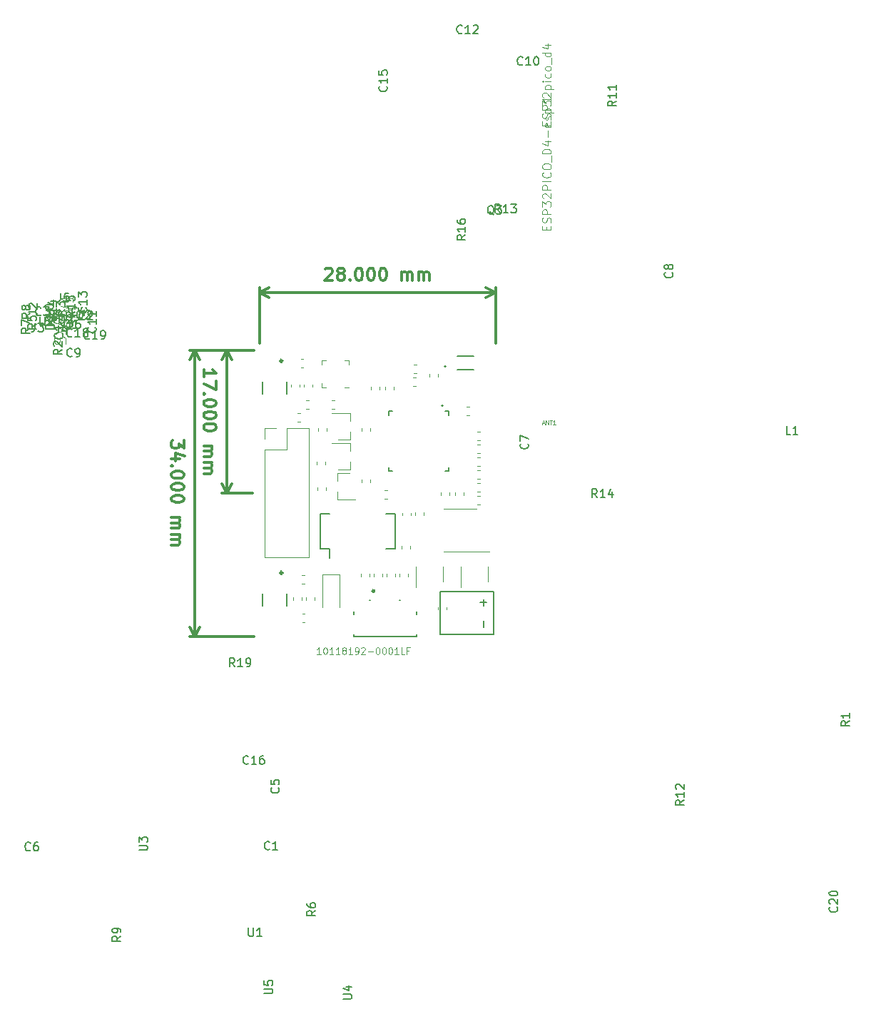
<source format=gbr>
G04 #@! TF.GenerationSoftware,KiCad,Pcbnew,(5.0.1)-3*
G04 #@! TF.CreationDate,2020-01-13T08:35:40-05:00*
G04 #@! TF.ProjectId,SmartWatch,536D61727457617463682E6B69636164,rev?*
G04 #@! TF.SameCoordinates,Original*
G04 #@! TF.FileFunction,Legend,Top*
G04 #@! TF.FilePolarity,Positive*
%FSLAX46Y46*%
G04 Gerber Fmt 4.6, Leading zero omitted, Abs format (unit mm)*
G04 Created by KiCad (PCBNEW (5.0.1)-3) date 1/13/2020 8:35:40 AM*
%MOMM*%
%LPD*%
G01*
G04 APERTURE LIST*
%ADD10C,0.300000*%
%ADD11C,0.120000*%
%ADD12C,0.150000*%
%ADD13C,0.127000*%
%ADD14C,0.200000*%
%ADD15C,0.050000*%
%ADD16C,0.015000*%
G04 APERTURE END LIST*
D10*
X145421429Y-60142857D02*
X145421429Y-59285714D01*
X145421429Y-59714285D02*
X146921429Y-59714285D01*
X146707143Y-59571428D01*
X146564286Y-59428571D01*
X146492858Y-59285714D01*
X146921429Y-60642857D02*
X146921429Y-61642857D01*
X145421429Y-61000000D01*
X145564286Y-62214285D02*
X145492858Y-62285714D01*
X145421429Y-62214285D01*
X145492858Y-62142857D01*
X145564286Y-62214285D01*
X145421429Y-62214285D01*
X146921429Y-63214285D02*
X146921429Y-63357142D01*
X146850001Y-63500000D01*
X146778572Y-63571428D01*
X146635715Y-63642857D01*
X146350001Y-63714285D01*
X145992858Y-63714285D01*
X145707143Y-63642857D01*
X145564286Y-63571428D01*
X145492858Y-63500000D01*
X145421429Y-63357142D01*
X145421429Y-63214285D01*
X145492858Y-63071428D01*
X145564286Y-63000000D01*
X145707143Y-62928571D01*
X145992858Y-62857142D01*
X146350001Y-62857142D01*
X146635715Y-62928571D01*
X146778572Y-63000000D01*
X146850001Y-63071428D01*
X146921429Y-63214285D01*
X146921429Y-64642857D02*
X146921429Y-64785714D01*
X146850001Y-64928571D01*
X146778572Y-65000000D01*
X146635715Y-65071428D01*
X146350001Y-65142857D01*
X145992858Y-65142857D01*
X145707143Y-65071428D01*
X145564286Y-65000000D01*
X145492858Y-64928571D01*
X145421429Y-64785714D01*
X145421429Y-64642857D01*
X145492858Y-64500000D01*
X145564286Y-64428571D01*
X145707143Y-64357142D01*
X145992858Y-64285714D01*
X146350001Y-64285714D01*
X146635715Y-64357142D01*
X146778572Y-64428571D01*
X146850001Y-64500000D01*
X146921429Y-64642857D01*
X146921429Y-66071428D02*
X146921429Y-66214285D01*
X146850001Y-66357142D01*
X146778572Y-66428571D01*
X146635715Y-66500000D01*
X146350001Y-66571428D01*
X145992858Y-66571428D01*
X145707143Y-66500000D01*
X145564286Y-66428571D01*
X145492858Y-66357142D01*
X145421429Y-66214285D01*
X145421429Y-66071428D01*
X145492858Y-65928571D01*
X145564286Y-65857142D01*
X145707143Y-65785714D01*
X145992858Y-65714285D01*
X146350001Y-65714285D01*
X146635715Y-65785714D01*
X146778572Y-65857142D01*
X146850001Y-65928571D01*
X146921429Y-66071428D01*
X145421429Y-68357142D02*
X146421429Y-68357142D01*
X146278572Y-68357142D02*
X146350001Y-68428571D01*
X146421429Y-68571428D01*
X146421429Y-68785714D01*
X146350001Y-68928571D01*
X146207143Y-69000000D01*
X145421429Y-69000000D01*
X146207143Y-69000000D02*
X146350001Y-69071428D01*
X146421429Y-69214285D01*
X146421429Y-69428571D01*
X146350001Y-69571428D01*
X146207143Y-69642857D01*
X145421429Y-69642857D01*
X145421429Y-70357142D02*
X146421429Y-70357142D01*
X146278572Y-70357142D02*
X146350001Y-70428571D01*
X146421429Y-70571428D01*
X146421429Y-70785714D01*
X146350001Y-70928571D01*
X146207143Y-71000000D01*
X145421429Y-71000000D01*
X146207143Y-71000000D02*
X146350001Y-71071428D01*
X146421429Y-71214285D01*
X146421429Y-71428571D01*
X146350001Y-71571428D01*
X146207143Y-71642857D01*
X145421429Y-71642857D01*
X148200001Y-57000000D02*
X148200001Y-74000000D01*
X151200000Y-57000000D02*
X147613580Y-57000000D01*
X151200000Y-74000000D02*
X147613580Y-74000000D01*
X148200001Y-74000000D02*
X147613580Y-72873496D01*
X148200001Y-74000000D02*
X148786422Y-72873496D01*
X148200001Y-57000000D02*
X147613580Y-58126504D01*
X148200001Y-57000000D02*
X148786422Y-58126504D01*
X159854326Y-47392766D02*
X159925754Y-47321338D01*
X160068612Y-47249909D01*
X160425754Y-47249909D01*
X160568612Y-47321338D01*
X160640040Y-47392766D01*
X160711469Y-47535623D01*
X160711469Y-47678480D01*
X160640040Y-47892766D01*
X159782897Y-48749909D01*
X160711469Y-48749909D01*
X161568612Y-47892766D02*
X161425754Y-47821338D01*
X161354326Y-47749909D01*
X161282897Y-47607052D01*
X161282897Y-47535623D01*
X161354326Y-47392766D01*
X161425754Y-47321338D01*
X161568612Y-47249909D01*
X161854326Y-47249909D01*
X161997183Y-47321338D01*
X162068612Y-47392766D01*
X162140040Y-47535623D01*
X162140040Y-47607052D01*
X162068612Y-47749909D01*
X161997183Y-47821338D01*
X161854326Y-47892766D01*
X161568612Y-47892766D01*
X161425754Y-47964195D01*
X161354326Y-48035623D01*
X161282897Y-48178480D01*
X161282897Y-48464195D01*
X161354326Y-48607052D01*
X161425754Y-48678480D01*
X161568612Y-48749909D01*
X161854326Y-48749909D01*
X161997183Y-48678480D01*
X162068612Y-48607052D01*
X162140040Y-48464195D01*
X162140040Y-48178480D01*
X162068612Y-48035623D01*
X161997183Y-47964195D01*
X161854326Y-47892766D01*
X162782897Y-48607052D02*
X162854326Y-48678480D01*
X162782897Y-48749909D01*
X162711469Y-48678480D01*
X162782897Y-48607052D01*
X162782897Y-48749909D01*
X163782897Y-47249909D02*
X163925754Y-47249909D01*
X164068612Y-47321338D01*
X164140040Y-47392766D01*
X164211469Y-47535623D01*
X164282897Y-47821338D01*
X164282897Y-48178480D01*
X164211469Y-48464195D01*
X164140040Y-48607052D01*
X164068612Y-48678480D01*
X163925754Y-48749909D01*
X163782897Y-48749909D01*
X163640040Y-48678480D01*
X163568612Y-48607052D01*
X163497183Y-48464195D01*
X163425754Y-48178480D01*
X163425754Y-47821338D01*
X163497183Y-47535623D01*
X163568612Y-47392766D01*
X163640040Y-47321338D01*
X163782897Y-47249909D01*
X165211469Y-47249909D02*
X165354326Y-47249909D01*
X165497183Y-47321338D01*
X165568612Y-47392766D01*
X165640040Y-47535623D01*
X165711469Y-47821338D01*
X165711469Y-48178480D01*
X165640040Y-48464195D01*
X165568612Y-48607052D01*
X165497183Y-48678480D01*
X165354326Y-48749909D01*
X165211469Y-48749909D01*
X165068612Y-48678480D01*
X164997183Y-48607052D01*
X164925754Y-48464195D01*
X164854326Y-48178480D01*
X164854326Y-47821338D01*
X164925754Y-47535623D01*
X164997183Y-47392766D01*
X165068612Y-47321338D01*
X165211469Y-47249909D01*
X166640040Y-47249909D02*
X166782897Y-47249909D01*
X166925754Y-47321338D01*
X166997183Y-47392766D01*
X167068612Y-47535623D01*
X167140040Y-47821338D01*
X167140040Y-48178480D01*
X167068612Y-48464195D01*
X166997183Y-48607052D01*
X166925754Y-48678480D01*
X166782897Y-48749909D01*
X166640040Y-48749909D01*
X166497183Y-48678480D01*
X166425754Y-48607052D01*
X166354326Y-48464195D01*
X166282897Y-48178480D01*
X166282897Y-47821338D01*
X166354326Y-47535623D01*
X166425754Y-47392766D01*
X166497183Y-47321338D01*
X166640040Y-47249909D01*
X168925754Y-48749909D02*
X168925754Y-47749909D01*
X168925754Y-47892766D02*
X168997183Y-47821338D01*
X169140040Y-47749909D01*
X169354326Y-47749909D01*
X169497183Y-47821338D01*
X169568612Y-47964195D01*
X169568612Y-48749909D01*
X169568612Y-47964195D02*
X169640040Y-47821338D01*
X169782897Y-47749909D01*
X169997183Y-47749909D01*
X170140040Y-47821338D01*
X170211469Y-47964195D01*
X170211469Y-48749909D01*
X170925754Y-48749909D02*
X170925754Y-47749909D01*
X170925754Y-47892766D02*
X170997183Y-47821338D01*
X171140040Y-47749909D01*
X171354326Y-47749909D01*
X171497183Y-47821338D01*
X171568612Y-47964195D01*
X171568612Y-48749909D01*
X171568612Y-47964195D02*
X171640040Y-47821338D01*
X171782897Y-47749909D01*
X171997183Y-47749909D01*
X172140040Y-47821338D01*
X172211469Y-47964195D01*
X172211469Y-48749909D01*
X152068612Y-50171338D02*
X180068612Y-50171338D01*
X152068612Y-56171338D02*
X152068612Y-49584917D01*
X180068612Y-56171338D02*
X180068612Y-49584917D01*
X180068612Y-50171338D02*
X178942108Y-50757759D01*
X180068612Y-50171338D02*
X178942108Y-49584917D01*
X152068612Y-50171338D02*
X153195116Y-50757759D01*
X152068612Y-50171338D02*
X153195116Y-49584917D01*
X143101585Y-67714285D02*
X143101585Y-68642857D01*
X142530157Y-68142857D01*
X142530157Y-68357142D01*
X142458728Y-68500000D01*
X142387299Y-68571428D01*
X142244442Y-68642857D01*
X141887299Y-68642857D01*
X141744442Y-68571428D01*
X141673014Y-68500000D01*
X141601585Y-68357142D01*
X141601585Y-67928571D01*
X141673014Y-67785714D01*
X141744442Y-67714285D01*
X142601585Y-69928571D02*
X141601585Y-69928571D01*
X143173014Y-69571428D02*
X142101585Y-69214285D01*
X142101585Y-70142857D01*
X141744442Y-70714285D02*
X141673014Y-70785714D01*
X141601585Y-70714285D01*
X141673014Y-70642857D01*
X141744442Y-70714285D01*
X141601585Y-70714285D01*
X143101585Y-71714285D02*
X143101585Y-71857142D01*
X143030157Y-72000000D01*
X142958728Y-72071428D01*
X142815871Y-72142857D01*
X142530157Y-72214285D01*
X142173014Y-72214285D01*
X141887299Y-72142857D01*
X141744442Y-72071428D01*
X141673014Y-72000000D01*
X141601585Y-71857142D01*
X141601585Y-71714285D01*
X141673014Y-71571428D01*
X141744442Y-71500000D01*
X141887299Y-71428571D01*
X142173014Y-71357142D01*
X142530157Y-71357142D01*
X142815871Y-71428571D01*
X142958728Y-71500000D01*
X143030157Y-71571428D01*
X143101585Y-71714285D01*
X143101585Y-73142857D02*
X143101585Y-73285714D01*
X143030157Y-73428571D01*
X142958728Y-73500000D01*
X142815871Y-73571428D01*
X142530157Y-73642857D01*
X142173014Y-73642857D01*
X141887299Y-73571428D01*
X141744442Y-73500000D01*
X141673014Y-73428571D01*
X141601585Y-73285714D01*
X141601585Y-73142857D01*
X141673014Y-73000000D01*
X141744442Y-72928571D01*
X141887299Y-72857142D01*
X142173014Y-72785714D01*
X142530157Y-72785714D01*
X142815871Y-72857142D01*
X142958728Y-72928571D01*
X143030157Y-73000000D01*
X143101585Y-73142857D01*
X143101585Y-74571428D02*
X143101585Y-74714285D01*
X143030157Y-74857142D01*
X142958728Y-74928571D01*
X142815871Y-75000000D01*
X142530157Y-75071428D01*
X142173014Y-75071428D01*
X141887299Y-75000000D01*
X141744442Y-74928571D01*
X141673014Y-74857142D01*
X141601585Y-74714285D01*
X141601585Y-74571428D01*
X141673014Y-74428571D01*
X141744442Y-74357142D01*
X141887299Y-74285714D01*
X142173014Y-74214285D01*
X142530157Y-74214285D01*
X142815871Y-74285714D01*
X142958728Y-74357142D01*
X143030157Y-74428571D01*
X143101585Y-74571428D01*
X141601585Y-76857142D02*
X142601585Y-76857142D01*
X142458728Y-76857142D02*
X142530157Y-76928571D01*
X142601585Y-77071428D01*
X142601585Y-77285714D01*
X142530157Y-77428571D01*
X142387299Y-77500000D01*
X141601585Y-77500000D01*
X142387299Y-77500000D02*
X142530157Y-77571428D01*
X142601585Y-77714285D01*
X142601585Y-77928571D01*
X142530157Y-78071428D01*
X142387299Y-78142857D01*
X141601585Y-78142857D01*
X141601585Y-78857142D02*
X142601585Y-78857142D01*
X142458728Y-78857142D02*
X142530157Y-78928571D01*
X142601585Y-79071428D01*
X142601585Y-79285714D01*
X142530157Y-79428571D01*
X142387299Y-79500000D01*
X141601585Y-79500000D01*
X142387299Y-79500000D02*
X142530157Y-79571428D01*
X142601585Y-79714285D01*
X142601585Y-79928571D01*
X142530157Y-80071428D01*
X142387299Y-80142857D01*
X141601585Y-80142857D01*
X144380157Y-57000000D02*
X144380157Y-91000000D01*
X151380157Y-57000000D02*
X143793736Y-57000000D01*
X151380157Y-91000000D02*
X143793736Y-91000000D01*
X144380157Y-91000000D02*
X143793736Y-89873496D01*
X144380157Y-91000000D02*
X144966578Y-89873496D01*
X144380157Y-57000000D02*
X143793736Y-58126504D01*
X144380157Y-57000000D02*
X144966578Y-58126504D01*
D11*
G04 #@! TO.C,C7*
X156847000Y-61376779D02*
X156847000Y-61051221D01*
X155827000Y-61376779D02*
X155827000Y-61051221D01*
G04 #@! TO.C,C20*
X174246000Y-87467221D02*
X174246000Y-87792779D01*
X173226000Y-87467221D02*
X173226000Y-87792779D01*
G04 #@! TO.C,C12*
X170700279Y-58740000D02*
X170374721Y-58740000D01*
X170700279Y-59760000D02*
X170374721Y-59760000D01*
G04 #@! TO.C,R16*
X158890000Y-73594279D02*
X158890000Y-73268721D01*
X159910000Y-73594279D02*
X159910000Y-73268721D01*
G04 #@! TO.C,C19*
X177916721Y-68197000D02*
X178242279Y-68197000D01*
X177916721Y-69217000D02*
X178242279Y-69217000D01*
G04 #@! TO.C,C18*
X177916721Y-67693000D02*
X178242279Y-67693000D01*
X177916721Y-66673000D02*
X178242279Y-66673000D01*
G04 #@! TO.C,C17*
X164209000Y-66609279D02*
X164209000Y-66283721D01*
X165229000Y-66609279D02*
X165229000Y-66283721D01*
G04 #@! TO.C,C16*
X157261779Y-58037000D02*
X156936221Y-58037000D01*
X157261779Y-59057000D02*
X156936221Y-59057000D01*
G04 #@! TO.C,C15*
X157351000Y-61376779D02*
X157351000Y-61051221D01*
X158371000Y-61376779D02*
X158371000Y-61051221D01*
G04 #@! TO.C,C14*
X169674000Y-83855779D02*
X169674000Y-83530221D01*
X168654000Y-83855779D02*
X168654000Y-83530221D01*
G04 #@! TO.C,C13*
X173260000Y-59799721D02*
X173260000Y-60125279D01*
X172240000Y-59799721D02*
X172240000Y-60125279D01*
G04 #@! TO.C,C11*
X166990000Y-61662779D02*
X166990000Y-61337221D01*
X168010000Y-61662779D02*
X168010000Y-61337221D01*
G04 #@! TO.C,C9*
X176637221Y-64710000D02*
X176962779Y-64710000D01*
X176637221Y-63690000D02*
X176962779Y-63690000D01*
G04 #@! TO.C,C8*
X164082000Y-83855779D02*
X164082000Y-83530221D01*
X165102000Y-83855779D02*
X165102000Y-83530221D01*
G04 #@! TO.C,C6*
X157114221Y-88263000D02*
X157439779Y-88263000D01*
X157114221Y-89283000D02*
X157439779Y-89283000D01*
G04 #@! TO.C,C5*
X166260000Y-61662779D02*
X166260000Y-61337221D01*
X165240000Y-61662779D02*
X165240000Y-61337221D01*
G04 #@! TO.C,C4*
X166867721Y-73658000D02*
X167193279Y-73658000D01*
X166867721Y-74678000D02*
X167193279Y-74678000D01*
G04 #@! TO.C,C3*
X177916721Y-73789000D02*
X178242279Y-73789000D01*
X177916721Y-72769000D02*
X178242279Y-72769000D01*
G04 #@! TO.C,C2*
X177916721Y-69721000D02*
X178242279Y-69721000D01*
X177916721Y-70741000D02*
X178242279Y-70741000D01*
G04 #@! TO.C,C1*
X177916721Y-75313000D02*
X178242279Y-75313000D01*
X177916721Y-74293000D02*
X178242279Y-74293000D01*
G04 #@! TO.C,C10*
X177916721Y-71245000D02*
X178242279Y-71245000D01*
X177916721Y-72265000D02*
X178242279Y-72265000D01*
G04 #@! TO.C,U2*
X152670000Y-81594000D02*
X157870000Y-81594000D01*
X152670000Y-68834000D02*
X152670000Y-81594000D01*
X157870000Y-66234000D02*
X157870000Y-81594000D01*
X152670000Y-68834000D02*
X155270000Y-68834000D01*
X155270000Y-68834000D02*
X155270000Y-66234000D01*
X155270000Y-66234000D02*
X157870000Y-66234000D01*
X152670000Y-67564000D02*
X152670000Y-66234000D01*
X152670000Y-66234000D02*
X154000000Y-66234000D01*
G04 #@! TO.C,D2*
X161528000Y-83652000D02*
X159528000Y-83652000D01*
X159528000Y-83652000D02*
X159528000Y-87502000D01*
X161528000Y-83652000D02*
X161528000Y-87502000D01*
G04 #@! TO.C,L1*
X170625279Y-61260000D02*
X170299721Y-61260000D01*
X170625279Y-60240000D02*
X170299721Y-60240000D01*
G04 #@! TO.C,U1*
X179345000Y-80919000D02*
X173945000Y-80919000D01*
X177845000Y-75799000D02*
X173945000Y-75799000D01*
D12*
G04 #@! TO.C,U3*
X160338000Y-80561000D02*
X159228000Y-80561000D01*
X159228000Y-76411000D02*
X160338000Y-76411000D01*
X168178000Y-76411000D02*
X167068000Y-76411000D01*
X168178000Y-80561000D02*
X167068000Y-80561000D01*
X159228000Y-80561000D02*
X159228000Y-76411000D01*
X168178000Y-80561000D02*
X168178000Y-76411000D01*
X160338000Y-80561000D02*
X160338000Y-81686000D01*
D11*
G04 #@! TO.C,Q3*
X161292000Y-71572000D02*
X161292000Y-72502000D01*
X161292000Y-74732000D02*
X161292000Y-73802000D01*
X161292000Y-74732000D02*
X163452000Y-74732000D01*
X161292000Y-71572000D02*
X162752000Y-71572000D01*
G04 #@! TO.C,Q2*
X162812000Y-67620000D02*
X161352000Y-67620000D01*
X162812000Y-64460000D02*
X160652000Y-64460000D01*
X162812000Y-64460000D02*
X162812000Y-65390000D01*
X162812000Y-67620000D02*
X162812000Y-66690000D01*
G04 #@! TO.C,Q1*
X162812000Y-71176000D02*
X162812000Y-70246000D01*
X162812000Y-68016000D02*
X162812000Y-68946000D01*
X162812000Y-68016000D02*
X160652000Y-68016000D01*
X162812000Y-71176000D02*
X161352000Y-71176000D01*
G04 #@! TO.C,U5*
X170602000Y-82666000D02*
X170602000Y-85116000D01*
X173822000Y-84466000D02*
X173822000Y-82666000D01*
G04 #@! TO.C,U4*
X179156000Y-84466000D02*
X179156000Y-82666000D01*
X175936000Y-82666000D02*
X175936000Y-85116000D01*
G04 #@! TO.C,R5*
X159002000Y-66283721D02*
X159002000Y-66609279D01*
X160022000Y-66283721D02*
X160022000Y-66609279D01*
G04 #@! TO.C,R7*
X158875000Y-70546279D02*
X158875000Y-70220721D01*
X159895000Y-70546279D02*
X159895000Y-70220721D01*
G04 #@! TO.C,R9*
X166626000Y-83855779D02*
X166626000Y-83530221D01*
X165606000Y-83855779D02*
X165606000Y-83530221D01*
G04 #@! TO.C,R10*
X168150000Y-83530221D02*
X168150000Y-83855779D01*
X167130000Y-83530221D02*
X167130000Y-83855779D01*
G04 #@! TO.C,R12*
X157529000Y-86349721D02*
X157529000Y-86675279D01*
X158549000Y-86349721D02*
X158549000Y-86675279D01*
G04 #@! TO.C,R13*
X157088721Y-83691000D02*
X157414279Y-83691000D01*
X157088721Y-84711000D02*
X157414279Y-84711000D01*
G04 #@! TO.C,R14*
X160619221Y-64010000D02*
X160944779Y-64010000D01*
X160619221Y-62990000D02*
X160944779Y-62990000D01*
G04 #@! TO.C,R15*
X164209000Y-72705279D02*
X164209000Y-72379721D01*
X165229000Y-72705279D02*
X165229000Y-72379721D01*
G04 #@! TO.C,R19*
X157896779Y-62990000D02*
X157571221Y-62990000D01*
X157896779Y-64010000D02*
X157571221Y-64010000D01*
G04 #@! TO.C,R8*
X157025000Y-86324221D02*
X157025000Y-86649779D01*
X156005000Y-86324221D02*
X156005000Y-86649779D01*
G04 #@! TO.C,R6*
X173607000Y-73903721D02*
X173607000Y-74229279D01*
X174627000Y-73903721D02*
X174627000Y-74229279D01*
G04 #@! TO.C,R4*
X156529721Y-64514000D02*
X156855279Y-64514000D01*
X156529721Y-65534000D02*
X156855279Y-65534000D01*
G04 #@! TO.C,R3*
X171579000Y-76591279D02*
X171579000Y-76265721D01*
X170559000Y-76591279D02*
X170559000Y-76265721D01*
G04 #@! TO.C,R2*
X169035000Y-76616779D02*
X169035000Y-76291221D01*
X170055000Y-76616779D02*
X170055000Y-76291221D01*
G04 #@! TO.C,R1*
X168908000Y-80228221D02*
X168908000Y-80553779D01*
X169928000Y-80228221D02*
X169928000Y-80553779D01*
G04 #@! TO.C,R11*
X175258000Y-74229279D02*
X175258000Y-73903721D01*
X176278000Y-74229279D02*
X176278000Y-73903721D01*
D13*
G04 #@! TO.C,J1*
X163203000Y-88020000D02*
X163203000Y-88370000D01*
X170703000Y-88020000D02*
X170703000Y-88370000D01*
X163203000Y-90720000D02*
X163203000Y-90995000D01*
X163203000Y-90995000D02*
X170703000Y-90995000D01*
X170703000Y-90995000D02*
X170703000Y-90720000D01*
X165123000Y-86645000D02*
X165233000Y-86645000D01*
X168673000Y-86645000D02*
X168783000Y-86645000D01*
D10*
X165653000Y-85570000D02*
G75*
G03X165653000Y-85570000I-100000J0D01*
G01*
D13*
G04 #@! TO.C,ANT1*
X177500000Y-57700000D02*
X175500000Y-57700000D01*
X177500000Y-59300000D02*
X175500000Y-59300000D01*
D14*
X174195000Y-58920000D02*
G75*
G03X174195000Y-58920000I-100000J0D01*
G01*
D12*
G04 #@! TO.C,J2*
X173460000Y-90740000D02*
X173460000Y-85660000D01*
X173460000Y-85660000D02*
X179810000Y-85660000D01*
X179810000Y-85660000D02*
X179810000Y-90740000D01*
X179810000Y-90740000D02*
X173460000Y-90740000D01*
D13*
G04 #@! TO.C,ESP1*
X174052000Y-64250000D02*
X174492000Y-64250000D01*
X174492000Y-64250000D02*
X174492000Y-64690000D01*
X167832000Y-64250000D02*
X167392000Y-64250000D01*
X167392000Y-64250000D02*
X167392000Y-64690000D01*
X167832000Y-71350000D02*
X167392000Y-71350000D01*
X167392000Y-71350000D02*
X167392000Y-70910000D01*
X174052000Y-71350000D02*
X174492000Y-71350000D01*
X174492000Y-71350000D02*
X174492000Y-70910000D01*
D14*
X173842000Y-63600000D02*
G75*
G03X173842000Y-63600000I-100000J0D01*
G01*
D11*
G04 #@! TO.C,U7*
X162171000Y-61427000D02*
X162646000Y-61427000D01*
X159426000Y-58207000D02*
X159426000Y-58682000D01*
X159901000Y-58207000D02*
X159426000Y-58207000D01*
X162646000Y-58207000D02*
X162646000Y-58682000D01*
X162171000Y-58207000D02*
X162646000Y-58207000D01*
X159426000Y-61427000D02*
X159426000Y-60952000D01*
X159901000Y-61427000D02*
X159426000Y-61427000D01*
D13*
G04 #@! TO.C,SW2*
X155284000Y-60734000D02*
X155284000Y-62202000D01*
X152384000Y-62202000D02*
X152384000Y-60734000D01*
D10*
X154775419Y-58268000D02*
G75*
G03X154775419Y-58268000I-141419J0D01*
G01*
G04 #@! TO.C,SW1*
X154789419Y-83414000D02*
G75*
G03X154789419Y-83414000I-141419J0D01*
G01*
D13*
X152398000Y-87348000D02*
X152398000Y-85880000D01*
X155298000Y-85880000D02*
X155298000Y-87348000D01*
G04 #@! TO.C,C7*
D12*
X183872142Y-68086166D02*
X183919761Y-68133785D01*
X183967380Y-68276642D01*
X183967380Y-68371880D01*
X183919761Y-68514738D01*
X183824523Y-68609976D01*
X183729285Y-68657595D01*
X183538809Y-68705214D01*
X183395952Y-68705214D01*
X183205476Y-68657595D01*
X183110238Y-68609976D01*
X183015000Y-68514738D01*
X182967380Y-68371880D01*
X182967380Y-68276642D01*
X183015000Y-68133785D01*
X183062619Y-68086166D01*
X182967380Y-67752833D02*
X182967380Y-67086166D01*
X183967380Y-67514738D01*
G04 #@! TO.C,C20*
X220575142Y-123070857D02*
X220622761Y-123118476D01*
X220670380Y-123261333D01*
X220670380Y-123356571D01*
X220622761Y-123499428D01*
X220527523Y-123594666D01*
X220432285Y-123642285D01*
X220241809Y-123689904D01*
X220098952Y-123689904D01*
X219908476Y-123642285D01*
X219813238Y-123594666D01*
X219718000Y-123499428D01*
X219670380Y-123356571D01*
X219670380Y-123261333D01*
X219718000Y-123118476D01*
X219765619Y-123070857D01*
X219765619Y-122689904D02*
X219718000Y-122642285D01*
X219670380Y-122547047D01*
X219670380Y-122308952D01*
X219718000Y-122213714D01*
X219765619Y-122166095D01*
X219860857Y-122118476D01*
X219956095Y-122118476D01*
X220098952Y-122166095D01*
X220670380Y-122737523D01*
X220670380Y-122118476D01*
X219670380Y-121499428D02*
X219670380Y-121404190D01*
X219718000Y-121308952D01*
X219765619Y-121261333D01*
X219860857Y-121213714D01*
X220051333Y-121166095D01*
X220289428Y-121166095D01*
X220479904Y-121213714D01*
X220575142Y-121261333D01*
X220622761Y-121308952D01*
X220670380Y-121404190D01*
X220670380Y-121499428D01*
X220622761Y-121594666D01*
X220575142Y-121642285D01*
X220479904Y-121689904D01*
X220289428Y-121737523D01*
X220051333Y-121737523D01*
X219860857Y-121689904D01*
X219765619Y-121642285D01*
X219718000Y-121594666D01*
X219670380Y-121499428D01*
G04 #@! TO.C,C12*
X176092142Y-19348142D02*
X176044523Y-19395761D01*
X175901666Y-19443380D01*
X175806428Y-19443380D01*
X175663571Y-19395761D01*
X175568333Y-19300523D01*
X175520714Y-19205285D01*
X175473095Y-19014809D01*
X175473095Y-18871952D01*
X175520714Y-18681476D01*
X175568333Y-18586238D01*
X175663571Y-18491000D01*
X175806428Y-18443380D01*
X175901666Y-18443380D01*
X176044523Y-18491000D01*
X176092142Y-18538619D01*
X177044523Y-19443380D02*
X176473095Y-19443380D01*
X176758809Y-19443380D02*
X176758809Y-18443380D01*
X176663571Y-18586238D01*
X176568333Y-18681476D01*
X176473095Y-18729095D01*
X177425476Y-18538619D02*
X177473095Y-18491000D01*
X177568333Y-18443380D01*
X177806428Y-18443380D01*
X177901666Y-18491000D01*
X177949285Y-18538619D01*
X177996904Y-18633857D01*
X177996904Y-18729095D01*
X177949285Y-18871952D01*
X177377857Y-19443380D01*
X177996904Y-19443380D01*
G04 #@! TO.C,J6*
X129800666Y-53400380D02*
X129800666Y-54114666D01*
X129753047Y-54257523D01*
X129657809Y-54352761D01*
X129514952Y-54400380D01*
X129419714Y-54400380D01*
X130705428Y-53400380D02*
X130514952Y-53400380D01*
X130419714Y-53448000D01*
X130372095Y-53495619D01*
X130276857Y-53638476D01*
X130229238Y-53828952D01*
X130229238Y-54209904D01*
X130276857Y-54305142D01*
X130324476Y-54352761D01*
X130419714Y-54400380D01*
X130610190Y-54400380D01*
X130705428Y-54352761D01*
X130753047Y-54305142D01*
X130800666Y-54209904D01*
X130800666Y-53971809D01*
X130753047Y-53876571D01*
X130705428Y-53828952D01*
X130610190Y-53781333D01*
X130419714Y-53781333D01*
X130324476Y-53828952D01*
X130276857Y-53876571D01*
X130229238Y-53971809D01*
G04 #@! TO.C,J5*
X128444666Y-50252380D02*
X128444666Y-50966666D01*
X128397047Y-51109523D01*
X128301809Y-51204761D01*
X128158952Y-51252380D01*
X128063714Y-51252380D01*
X129397047Y-50252380D02*
X128920857Y-50252380D01*
X128873238Y-50728571D01*
X128920857Y-50680952D01*
X129016095Y-50633333D01*
X129254190Y-50633333D01*
X129349428Y-50680952D01*
X129397047Y-50728571D01*
X129444666Y-50823809D01*
X129444666Y-51061904D01*
X129397047Y-51157142D01*
X129349428Y-51204761D01*
X129254190Y-51252380D01*
X129016095Y-51252380D01*
X128920857Y-51204761D01*
X128873238Y-51157142D01*
G04 #@! TO.C,J4*
X128190666Y-54062380D02*
X128190666Y-54776666D01*
X128143047Y-54919523D01*
X128047809Y-55014761D01*
X127904952Y-55062380D01*
X127809714Y-55062380D01*
X129095428Y-54395714D02*
X129095428Y-55062380D01*
X128857333Y-54014761D02*
X128619238Y-54729047D01*
X129238285Y-54729047D01*
G04 #@! TO.C,J3*
X125396666Y-53808380D02*
X125396666Y-54522666D01*
X125349047Y-54665523D01*
X125253809Y-54760761D01*
X125110952Y-54808380D01*
X125015714Y-54808380D01*
X125777619Y-53808380D02*
X126396666Y-53808380D01*
X126063333Y-54189333D01*
X126206190Y-54189333D01*
X126301428Y-54236952D01*
X126349047Y-54284571D01*
X126396666Y-54379809D01*
X126396666Y-54617904D01*
X126349047Y-54713142D01*
X126301428Y-54760761D01*
X126206190Y-54808380D01*
X125920476Y-54808380D01*
X125825238Y-54760761D01*
X125777619Y-54713142D01*
G04 #@! TO.C,R16*
X176489380Y-43340357D02*
X176013190Y-43673690D01*
X176489380Y-43911785D02*
X175489380Y-43911785D01*
X175489380Y-43530833D01*
X175537000Y-43435595D01*
X175584619Y-43387976D01*
X175679857Y-43340357D01*
X175822714Y-43340357D01*
X175917952Y-43387976D01*
X175965571Y-43435595D01*
X176013190Y-43530833D01*
X176013190Y-43911785D01*
X176489380Y-42387976D02*
X176489380Y-42959404D01*
X176489380Y-42673690D02*
X175489380Y-42673690D01*
X175632238Y-42768928D01*
X175727476Y-42864166D01*
X175775095Y-42959404D01*
X175489380Y-41530833D02*
X175489380Y-41721309D01*
X175537000Y-41816547D01*
X175584619Y-41864166D01*
X175727476Y-41959404D01*
X175917952Y-42007023D01*
X176298904Y-42007023D01*
X176394142Y-41959404D01*
X176441761Y-41911785D01*
X176489380Y-41816547D01*
X176489380Y-41626071D01*
X176441761Y-41530833D01*
X176394142Y-41483214D01*
X176298904Y-41435595D01*
X176060809Y-41435595D01*
X175965571Y-41483214D01*
X175917952Y-41530833D01*
X175870333Y-41626071D01*
X175870333Y-41816547D01*
X175917952Y-41911785D01*
X175965571Y-41959404D01*
X176060809Y-42007023D01*
G04 #@! TO.C,C19*
X131843642Y-55602142D02*
X131796023Y-55649761D01*
X131653166Y-55697380D01*
X131557928Y-55697380D01*
X131415071Y-55649761D01*
X131319833Y-55554523D01*
X131272214Y-55459285D01*
X131224595Y-55268809D01*
X131224595Y-55125952D01*
X131272214Y-54935476D01*
X131319833Y-54840238D01*
X131415071Y-54745000D01*
X131557928Y-54697380D01*
X131653166Y-54697380D01*
X131796023Y-54745000D01*
X131843642Y-54792619D01*
X132796023Y-55697380D02*
X132224595Y-55697380D01*
X132510309Y-55697380D02*
X132510309Y-54697380D01*
X132415071Y-54840238D01*
X132319833Y-54935476D01*
X132224595Y-54983095D01*
X133272214Y-55697380D02*
X133462690Y-55697380D01*
X133557928Y-55649761D01*
X133605547Y-55602142D01*
X133700785Y-55459285D01*
X133748404Y-55268809D01*
X133748404Y-54887857D01*
X133700785Y-54792619D01*
X133653166Y-54745000D01*
X133557928Y-54697380D01*
X133367452Y-54697380D01*
X133272214Y-54745000D01*
X133224595Y-54792619D01*
X133176976Y-54887857D01*
X133176976Y-55125952D01*
X133224595Y-55221190D01*
X133272214Y-55268809D01*
X133367452Y-55316428D01*
X133557928Y-55316428D01*
X133653166Y-55268809D01*
X133700785Y-55221190D01*
X133748404Y-55125952D01*
G04 #@! TO.C,C18*
X129786142Y-55348142D02*
X129738523Y-55395761D01*
X129595666Y-55443380D01*
X129500428Y-55443380D01*
X129357571Y-55395761D01*
X129262333Y-55300523D01*
X129214714Y-55205285D01*
X129167095Y-55014809D01*
X129167095Y-54871952D01*
X129214714Y-54681476D01*
X129262333Y-54586238D01*
X129357571Y-54491000D01*
X129500428Y-54443380D01*
X129595666Y-54443380D01*
X129738523Y-54491000D01*
X129786142Y-54538619D01*
X130738523Y-55443380D02*
X130167095Y-55443380D01*
X130452809Y-55443380D02*
X130452809Y-54443380D01*
X130357571Y-54586238D01*
X130262333Y-54681476D01*
X130167095Y-54729095D01*
X131309952Y-54871952D02*
X131214714Y-54824333D01*
X131167095Y-54776714D01*
X131119476Y-54681476D01*
X131119476Y-54633857D01*
X131167095Y-54538619D01*
X131214714Y-54491000D01*
X131309952Y-54443380D01*
X131500428Y-54443380D01*
X131595666Y-54491000D01*
X131643285Y-54538619D01*
X131690904Y-54633857D01*
X131690904Y-54681476D01*
X131643285Y-54776714D01*
X131595666Y-54824333D01*
X131500428Y-54871952D01*
X131309952Y-54871952D01*
X131214714Y-54919571D01*
X131167095Y-54967190D01*
X131119476Y-55062428D01*
X131119476Y-55252904D01*
X131167095Y-55348142D01*
X131214714Y-55395761D01*
X131309952Y-55443380D01*
X131500428Y-55443380D01*
X131595666Y-55395761D01*
X131643285Y-55348142D01*
X131690904Y-55252904D01*
X131690904Y-55062428D01*
X131643285Y-54967190D01*
X131595666Y-54919571D01*
X131500428Y-54871952D01*
G04 #@! TO.C,C17*
X128627142Y-55024357D02*
X128674761Y-55071976D01*
X128722380Y-55214833D01*
X128722380Y-55310071D01*
X128674761Y-55452928D01*
X128579523Y-55548166D01*
X128484285Y-55595785D01*
X128293809Y-55643404D01*
X128150952Y-55643404D01*
X127960476Y-55595785D01*
X127865238Y-55548166D01*
X127770000Y-55452928D01*
X127722380Y-55310071D01*
X127722380Y-55214833D01*
X127770000Y-55071976D01*
X127817619Y-55024357D01*
X128722380Y-54071976D02*
X128722380Y-54643404D01*
X128722380Y-54357690D02*
X127722380Y-54357690D01*
X127865238Y-54452928D01*
X127960476Y-54548166D01*
X128008095Y-54643404D01*
X127722380Y-53738642D02*
X127722380Y-53071976D01*
X128722380Y-53500547D01*
G04 #@! TO.C,C16*
X150715642Y-106021142D02*
X150668023Y-106068761D01*
X150525166Y-106116380D01*
X150429928Y-106116380D01*
X150287071Y-106068761D01*
X150191833Y-105973523D01*
X150144214Y-105878285D01*
X150096595Y-105687809D01*
X150096595Y-105544952D01*
X150144214Y-105354476D01*
X150191833Y-105259238D01*
X150287071Y-105164000D01*
X150429928Y-105116380D01*
X150525166Y-105116380D01*
X150668023Y-105164000D01*
X150715642Y-105211619D01*
X151668023Y-106116380D02*
X151096595Y-106116380D01*
X151382309Y-106116380D02*
X151382309Y-105116380D01*
X151287071Y-105259238D01*
X151191833Y-105354476D01*
X151096595Y-105402095D01*
X152525166Y-105116380D02*
X152334690Y-105116380D01*
X152239452Y-105164000D01*
X152191833Y-105211619D01*
X152096595Y-105354476D01*
X152048976Y-105544952D01*
X152048976Y-105925904D01*
X152096595Y-106021142D01*
X152144214Y-106068761D01*
X152239452Y-106116380D01*
X152429928Y-106116380D01*
X152525166Y-106068761D01*
X152572785Y-106021142D01*
X152620404Y-105925904D01*
X152620404Y-105687809D01*
X152572785Y-105592571D01*
X152525166Y-105544952D01*
X152429928Y-105497333D01*
X152239452Y-105497333D01*
X152144214Y-105544952D01*
X152096595Y-105592571D01*
X152048976Y-105687809D01*
G04 #@! TO.C,C15*
X167108142Y-25687357D02*
X167155761Y-25734976D01*
X167203380Y-25877833D01*
X167203380Y-25973071D01*
X167155761Y-26115928D01*
X167060523Y-26211166D01*
X166965285Y-26258785D01*
X166774809Y-26306404D01*
X166631952Y-26306404D01*
X166441476Y-26258785D01*
X166346238Y-26211166D01*
X166251000Y-26115928D01*
X166203380Y-25973071D01*
X166203380Y-25877833D01*
X166251000Y-25734976D01*
X166298619Y-25687357D01*
X167203380Y-24734976D02*
X167203380Y-25306404D01*
X167203380Y-25020690D02*
X166203380Y-25020690D01*
X166346238Y-25115928D01*
X166441476Y-25211166D01*
X166489095Y-25306404D01*
X166203380Y-23830214D02*
X166203380Y-24306404D01*
X166679571Y-24354023D01*
X166631952Y-24306404D01*
X166584333Y-24211166D01*
X166584333Y-23973071D01*
X166631952Y-23877833D01*
X166679571Y-23830214D01*
X166774809Y-23782595D01*
X167012904Y-23782595D01*
X167108142Y-23830214D01*
X167155761Y-23877833D01*
X167203380Y-23973071D01*
X167203380Y-24211166D01*
X167155761Y-24306404D01*
X167108142Y-24354023D01*
G04 #@! TO.C,C14*
X127865142Y-52966857D02*
X127912761Y-53014476D01*
X127960380Y-53157333D01*
X127960380Y-53252571D01*
X127912761Y-53395428D01*
X127817523Y-53490666D01*
X127722285Y-53538285D01*
X127531809Y-53585904D01*
X127388952Y-53585904D01*
X127198476Y-53538285D01*
X127103238Y-53490666D01*
X127008000Y-53395428D01*
X126960380Y-53252571D01*
X126960380Y-53157333D01*
X127008000Y-53014476D01*
X127055619Y-52966857D01*
X127960380Y-52014476D02*
X127960380Y-52585904D01*
X127960380Y-52300190D02*
X126960380Y-52300190D01*
X127103238Y-52395428D01*
X127198476Y-52490666D01*
X127246095Y-52585904D01*
X127293714Y-51157333D02*
X127960380Y-51157333D01*
X126912761Y-51395428D02*
X127627047Y-51633523D01*
X127627047Y-51014476D01*
G04 #@! TO.C,C13*
X131451142Y-51969357D02*
X131498761Y-52016976D01*
X131546380Y-52159833D01*
X131546380Y-52255071D01*
X131498761Y-52397928D01*
X131403523Y-52493166D01*
X131308285Y-52540785D01*
X131117809Y-52588404D01*
X130974952Y-52588404D01*
X130784476Y-52540785D01*
X130689238Y-52493166D01*
X130594000Y-52397928D01*
X130546380Y-52255071D01*
X130546380Y-52159833D01*
X130594000Y-52016976D01*
X130641619Y-51969357D01*
X131546380Y-51016976D02*
X131546380Y-51588404D01*
X131546380Y-51302690D02*
X130546380Y-51302690D01*
X130689238Y-51397928D01*
X130784476Y-51493166D01*
X130832095Y-51588404D01*
X130546380Y-50683642D02*
X130546380Y-50064595D01*
X130927333Y-50397928D01*
X130927333Y-50255071D01*
X130974952Y-50159833D01*
X131022571Y-50112214D01*
X131117809Y-50064595D01*
X131355904Y-50064595D01*
X131451142Y-50112214D01*
X131498761Y-50159833D01*
X131546380Y-50255071D01*
X131546380Y-50540785D01*
X131498761Y-50636023D01*
X131451142Y-50683642D01*
G04 #@! TO.C,C11*
X132551142Y-54294357D02*
X132598761Y-54341976D01*
X132646380Y-54484833D01*
X132646380Y-54580071D01*
X132598761Y-54722928D01*
X132503523Y-54818166D01*
X132408285Y-54865785D01*
X132217809Y-54913404D01*
X132074952Y-54913404D01*
X131884476Y-54865785D01*
X131789238Y-54818166D01*
X131694000Y-54722928D01*
X131646380Y-54580071D01*
X131646380Y-54484833D01*
X131694000Y-54341976D01*
X131741619Y-54294357D01*
X132646380Y-53341976D02*
X132646380Y-53913404D01*
X132646380Y-53627690D02*
X131646380Y-53627690D01*
X131789238Y-53722928D01*
X131884476Y-53818166D01*
X131932095Y-53913404D01*
X132646380Y-52389595D02*
X132646380Y-52961023D01*
X132646380Y-52675309D02*
X131646380Y-52675309D01*
X131789238Y-52770547D01*
X131884476Y-52865785D01*
X131932095Y-52961023D01*
G04 #@! TO.C,C9*
X129795833Y-57699142D02*
X129748214Y-57746761D01*
X129605357Y-57794380D01*
X129510119Y-57794380D01*
X129367261Y-57746761D01*
X129272023Y-57651523D01*
X129224404Y-57556285D01*
X129176785Y-57365809D01*
X129176785Y-57222952D01*
X129224404Y-57032476D01*
X129272023Y-56937238D01*
X129367261Y-56842000D01*
X129510119Y-56794380D01*
X129605357Y-56794380D01*
X129748214Y-56842000D01*
X129795833Y-56889619D01*
X130272023Y-57794380D02*
X130462500Y-57794380D01*
X130557738Y-57746761D01*
X130605357Y-57699142D01*
X130700595Y-57556285D01*
X130748214Y-57365809D01*
X130748214Y-56984857D01*
X130700595Y-56889619D01*
X130652976Y-56842000D01*
X130557738Y-56794380D01*
X130367261Y-56794380D01*
X130272023Y-56842000D01*
X130224404Y-56889619D01*
X130176785Y-56984857D01*
X130176785Y-57222952D01*
X130224404Y-57318190D01*
X130272023Y-57365809D01*
X130367261Y-57413428D01*
X130557738Y-57413428D01*
X130652976Y-57365809D01*
X130700595Y-57318190D01*
X130748214Y-57222952D01*
G04 #@! TO.C,C8*
X201017142Y-47791666D02*
X201064761Y-47839285D01*
X201112380Y-47982142D01*
X201112380Y-48077380D01*
X201064761Y-48220238D01*
X200969523Y-48315476D01*
X200874285Y-48363095D01*
X200683809Y-48410714D01*
X200540952Y-48410714D01*
X200350476Y-48363095D01*
X200255238Y-48315476D01*
X200160000Y-48220238D01*
X200112380Y-48077380D01*
X200112380Y-47982142D01*
X200160000Y-47839285D01*
X200207619Y-47791666D01*
X200540952Y-47220238D02*
X200493333Y-47315476D01*
X200445714Y-47363095D01*
X200350476Y-47410714D01*
X200302857Y-47410714D01*
X200207619Y-47363095D01*
X200160000Y-47315476D01*
X200112380Y-47220238D01*
X200112380Y-47029761D01*
X200160000Y-46934523D01*
X200207619Y-46886904D01*
X200302857Y-46839285D01*
X200350476Y-46839285D01*
X200445714Y-46886904D01*
X200493333Y-46934523D01*
X200540952Y-47029761D01*
X200540952Y-47220238D01*
X200588571Y-47315476D01*
X200636190Y-47363095D01*
X200731428Y-47410714D01*
X200921904Y-47410714D01*
X201017142Y-47363095D01*
X201064761Y-47315476D01*
X201112380Y-47220238D01*
X201112380Y-47029761D01*
X201064761Y-46934523D01*
X201017142Y-46886904D01*
X200921904Y-46839285D01*
X200731428Y-46839285D01*
X200636190Y-46886904D01*
X200588571Y-46934523D01*
X200540952Y-47029761D01*
G04 #@! TO.C,C6*
X124852333Y-116308142D02*
X124804714Y-116355761D01*
X124661857Y-116403380D01*
X124566619Y-116403380D01*
X124423761Y-116355761D01*
X124328523Y-116260523D01*
X124280904Y-116165285D01*
X124233285Y-115974809D01*
X124233285Y-115831952D01*
X124280904Y-115641476D01*
X124328523Y-115546238D01*
X124423761Y-115451000D01*
X124566619Y-115403380D01*
X124661857Y-115403380D01*
X124804714Y-115451000D01*
X124852333Y-115498619D01*
X125709476Y-115403380D02*
X125519000Y-115403380D01*
X125423761Y-115451000D01*
X125376142Y-115498619D01*
X125280904Y-115641476D01*
X125233285Y-115831952D01*
X125233285Y-116212904D01*
X125280904Y-116308142D01*
X125328523Y-116355761D01*
X125423761Y-116403380D01*
X125614238Y-116403380D01*
X125709476Y-116355761D01*
X125757095Y-116308142D01*
X125804714Y-116212904D01*
X125804714Y-115974809D01*
X125757095Y-115879571D01*
X125709476Y-115831952D01*
X125614238Y-115784333D01*
X125423761Y-115784333D01*
X125328523Y-115831952D01*
X125280904Y-115879571D01*
X125233285Y-115974809D01*
G04 #@! TO.C,C5*
X154296142Y-108910666D02*
X154343761Y-108958285D01*
X154391380Y-109101142D01*
X154391380Y-109196380D01*
X154343761Y-109339238D01*
X154248523Y-109434476D01*
X154153285Y-109482095D01*
X153962809Y-109529714D01*
X153819952Y-109529714D01*
X153629476Y-109482095D01*
X153534238Y-109434476D01*
X153439000Y-109339238D01*
X153391380Y-109196380D01*
X153391380Y-109101142D01*
X153439000Y-108958285D01*
X153486619Y-108910666D01*
X153391380Y-108005904D02*
X153391380Y-108482095D01*
X153867571Y-108529714D01*
X153819952Y-108482095D01*
X153772333Y-108386857D01*
X153772333Y-108148761D01*
X153819952Y-108053523D01*
X153867571Y-108005904D01*
X153962809Y-107958285D01*
X154200904Y-107958285D01*
X154296142Y-108005904D01*
X154343761Y-108053523D01*
X154391380Y-108148761D01*
X154391380Y-108386857D01*
X154343761Y-108482095D01*
X154296142Y-108529714D01*
G04 #@! TO.C,C4*
X130389333Y-52808142D02*
X130341714Y-52855761D01*
X130198857Y-52903380D01*
X130103619Y-52903380D01*
X129960761Y-52855761D01*
X129865523Y-52760523D01*
X129817904Y-52665285D01*
X129770285Y-52474809D01*
X129770285Y-52331952D01*
X129817904Y-52141476D01*
X129865523Y-52046238D01*
X129960761Y-51951000D01*
X130103619Y-51903380D01*
X130198857Y-51903380D01*
X130341714Y-51951000D01*
X130389333Y-51998619D01*
X131246476Y-52236714D02*
X131246476Y-52903380D01*
X131008380Y-51855761D02*
X130770285Y-52570047D01*
X131389333Y-52570047D01*
G04 #@! TO.C,C3*
X126096833Y-52808142D02*
X126049214Y-52855761D01*
X125906357Y-52903380D01*
X125811119Y-52903380D01*
X125668261Y-52855761D01*
X125573023Y-52760523D01*
X125525404Y-52665285D01*
X125477785Y-52474809D01*
X125477785Y-52331952D01*
X125525404Y-52141476D01*
X125573023Y-52046238D01*
X125668261Y-51951000D01*
X125811119Y-51903380D01*
X125906357Y-51903380D01*
X126049214Y-51951000D01*
X126096833Y-51998619D01*
X126430166Y-51903380D02*
X127049214Y-51903380D01*
X126715880Y-52284333D01*
X126858738Y-52284333D01*
X126953976Y-52331952D01*
X127001595Y-52379571D01*
X127049214Y-52474809D01*
X127049214Y-52712904D01*
X127001595Y-52808142D01*
X126953976Y-52855761D01*
X126858738Y-52903380D01*
X126573023Y-52903380D01*
X126477785Y-52855761D01*
X126430166Y-52808142D01*
G04 #@! TO.C,C2*
X131303833Y-53316142D02*
X131256214Y-53363761D01*
X131113357Y-53411380D01*
X131018119Y-53411380D01*
X130875261Y-53363761D01*
X130780023Y-53268523D01*
X130732404Y-53173285D01*
X130684785Y-52982809D01*
X130684785Y-52839952D01*
X130732404Y-52649476D01*
X130780023Y-52554238D01*
X130875261Y-52459000D01*
X131018119Y-52411380D01*
X131113357Y-52411380D01*
X131256214Y-52459000D01*
X131303833Y-52506619D01*
X131684785Y-52506619D02*
X131732404Y-52459000D01*
X131827642Y-52411380D01*
X132065738Y-52411380D01*
X132160976Y-52459000D01*
X132208595Y-52506619D01*
X132256214Y-52601857D01*
X132256214Y-52697095D01*
X132208595Y-52839952D01*
X131637166Y-53411380D01*
X132256214Y-53411380D01*
G04 #@! TO.C,C1*
X153249333Y-116181142D02*
X153201714Y-116228761D01*
X153058857Y-116276380D01*
X152963619Y-116276380D01*
X152820761Y-116228761D01*
X152725523Y-116133523D01*
X152677904Y-116038285D01*
X152630285Y-115847809D01*
X152630285Y-115704952D01*
X152677904Y-115514476D01*
X152725523Y-115419238D01*
X152820761Y-115324000D01*
X152963619Y-115276380D01*
X153058857Y-115276380D01*
X153201714Y-115324000D01*
X153249333Y-115371619D01*
X154201714Y-116276380D02*
X153630285Y-116276380D01*
X153916000Y-116276380D02*
X153916000Y-115276380D01*
X153820761Y-115419238D01*
X153725523Y-115514476D01*
X153630285Y-115562095D01*
G04 #@! TO.C,C10*
X183278642Y-23090142D02*
X183231023Y-23137761D01*
X183088166Y-23185380D01*
X182992928Y-23185380D01*
X182850071Y-23137761D01*
X182754833Y-23042523D01*
X182707214Y-22947285D01*
X182659595Y-22756809D01*
X182659595Y-22613952D01*
X182707214Y-22423476D01*
X182754833Y-22328238D01*
X182850071Y-22233000D01*
X182992928Y-22185380D01*
X183088166Y-22185380D01*
X183231023Y-22233000D01*
X183278642Y-22280619D01*
X184231023Y-23185380D02*
X183659595Y-23185380D01*
X183945309Y-23185380D02*
X183945309Y-22185380D01*
X183850071Y-22328238D01*
X183754833Y-22423476D01*
X183659595Y-22471095D01*
X184850071Y-22185380D02*
X184945309Y-22185380D01*
X185040547Y-22233000D01*
X185088166Y-22280619D01*
X185135785Y-22375857D01*
X185183404Y-22566333D01*
X185183404Y-22804428D01*
X185135785Y-22994904D01*
X185088166Y-23090142D01*
X185040547Y-23137761D01*
X184945309Y-23185380D01*
X184850071Y-23185380D01*
X184754833Y-23137761D01*
X184707214Y-23090142D01*
X184659595Y-22994904D01*
X184611976Y-22804428D01*
X184611976Y-22566333D01*
X184659595Y-22375857D01*
X184707214Y-22280619D01*
X184754833Y-22233000D01*
X184850071Y-22185380D01*
G04 #@! TO.C,U2*
X128270095Y-52792380D02*
X128270095Y-53601904D01*
X128317714Y-53697142D01*
X128365333Y-53744761D01*
X128460571Y-53792380D01*
X128651047Y-53792380D01*
X128746285Y-53744761D01*
X128793904Y-53697142D01*
X128841523Y-53601904D01*
X128841523Y-52792380D01*
X129270095Y-52887619D02*
X129317714Y-52840000D01*
X129412952Y-52792380D01*
X129651047Y-52792380D01*
X129746285Y-52840000D01*
X129793904Y-52887619D01*
X129841523Y-52982857D01*
X129841523Y-53078095D01*
X129793904Y-53220952D01*
X129222476Y-53792380D01*
X129841523Y-53792380D01*
G04 #@! TO.C,D2*
X127706380Y-54459095D02*
X126706380Y-54459095D01*
X126706380Y-54221000D01*
X126754000Y-54078142D01*
X126849238Y-53982904D01*
X126944476Y-53935285D01*
X127134952Y-53887666D01*
X127277809Y-53887666D01*
X127468285Y-53935285D01*
X127563523Y-53982904D01*
X127658761Y-54078142D01*
X127706380Y-54221000D01*
X127706380Y-54459095D01*
X126801619Y-53506714D02*
X126754000Y-53459095D01*
X126706380Y-53363857D01*
X126706380Y-53125761D01*
X126754000Y-53030523D01*
X126801619Y-52982904D01*
X126896857Y-52935285D01*
X126992095Y-52935285D01*
X127134952Y-52982904D01*
X127706380Y-53554333D01*
X127706380Y-52935285D01*
G04 #@! TO.C,L1*
X215083333Y-67002380D02*
X214607142Y-67002380D01*
X214607142Y-66002380D01*
X215940476Y-67002380D02*
X215369047Y-67002380D01*
X215654761Y-67002380D02*
X215654761Y-66002380D01*
X215559523Y-66145238D01*
X215464285Y-66240476D01*
X215369047Y-66288095D01*
G04 #@! TO.C,U1*
X150749095Y-125563380D02*
X150749095Y-126372904D01*
X150796714Y-126468142D01*
X150844333Y-126515761D01*
X150939571Y-126563380D01*
X151130047Y-126563380D01*
X151225285Y-126515761D01*
X151272904Y-126468142D01*
X151320523Y-126372904D01*
X151320523Y-125563380D01*
X152320523Y-126563380D02*
X151749095Y-126563380D01*
X152034809Y-126563380D02*
X152034809Y-125563380D01*
X151939571Y-125706238D01*
X151844333Y-125801476D01*
X151749095Y-125849095D01*
G04 #@! TO.C,U3*
X137755380Y-116331904D02*
X138564904Y-116331904D01*
X138660142Y-116284285D01*
X138707761Y-116236666D01*
X138755380Y-116141428D01*
X138755380Y-115950952D01*
X138707761Y-115855714D01*
X138660142Y-115808095D01*
X138564904Y-115760476D01*
X137755380Y-115760476D01*
X137755380Y-115379523D02*
X137755380Y-114760476D01*
X138136333Y-115093809D01*
X138136333Y-114950952D01*
X138183952Y-114855714D01*
X138231571Y-114808095D01*
X138326809Y-114760476D01*
X138564904Y-114760476D01*
X138660142Y-114808095D01*
X138707761Y-114855714D01*
X138755380Y-114950952D01*
X138755380Y-115236666D01*
X138707761Y-115331904D01*
X138660142Y-115379523D01*
G04 #@! TO.C,Q3*
X179863761Y-40933619D02*
X179768523Y-40886000D01*
X179673285Y-40790761D01*
X179530428Y-40647904D01*
X179435190Y-40600285D01*
X179339952Y-40600285D01*
X179387571Y-40838380D02*
X179292333Y-40790761D01*
X179197095Y-40695523D01*
X179149476Y-40505047D01*
X179149476Y-40171714D01*
X179197095Y-39981238D01*
X179292333Y-39886000D01*
X179387571Y-39838380D01*
X179578047Y-39838380D01*
X179673285Y-39886000D01*
X179768523Y-39981238D01*
X179816142Y-40171714D01*
X179816142Y-40505047D01*
X179768523Y-40695523D01*
X179673285Y-40790761D01*
X179578047Y-40838380D01*
X179387571Y-40838380D01*
X180149476Y-39838380D02*
X180768523Y-39838380D01*
X180435190Y-40219333D01*
X180578047Y-40219333D01*
X180673285Y-40266952D01*
X180720904Y-40314571D01*
X180768523Y-40409809D01*
X180768523Y-40647904D01*
X180720904Y-40743142D01*
X180673285Y-40790761D01*
X180578047Y-40838380D01*
X180292333Y-40838380D01*
X180197095Y-40790761D01*
X180149476Y-40743142D01*
G04 #@! TO.C,Q2*
X131095761Y-53379619D02*
X131000523Y-53332000D01*
X130905285Y-53236761D01*
X130762428Y-53093904D01*
X130667190Y-53046285D01*
X130571952Y-53046285D01*
X130619571Y-53284380D02*
X130524333Y-53236761D01*
X130429095Y-53141523D01*
X130381476Y-52951047D01*
X130381476Y-52617714D01*
X130429095Y-52427238D01*
X130524333Y-52332000D01*
X130619571Y-52284380D01*
X130810047Y-52284380D01*
X130905285Y-52332000D01*
X131000523Y-52427238D01*
X131048142Y-52617714D01*
X131048142Y-52951047D01*
X131000523Y-53141523D01*
X130905285Y-53236761D01*
X130810047Y-53284380D01*
X130619571Y-53284380D01*
X131429095Y-52379619D02*
X131476714Y-52332000D01*
X131571952Y-52284380D01*
X131810047Y-52284380D01*
X131905285Y-52332000D01*
X131952904Y-52379619D01*
X132000523Y-52474857D01*
X132000523Y-52570095D01*
X131952904Y-52712952D01*
X131381476Y-53284380D01*
X132000523Y-53284380D01*
G04 #@! TO.C,Q1*
X129571761Y-54522619D02*
X129476523Y-54475000D01*
X129381285Y-54379761D01*
X129238428Y-54236904D01*
X129143190Y-54189285D01*
X129047952Y-54189285D01*
X129095571Y-54427380D02*
X129000333Y-54379761D01*
X128905095Y-54284523D01*
X128857476Y-54094047D01*
X128857476Y-53760714D01*
X128905095Y-53570238D01*
X129000333Y-53475000D01*
X129095571Y-53427380D01*
X129286047Y-53427380D01*
X129381285Y-53475000D01*
X129476523Y-53570238D01*
X129524142Y-53760714D01*
X129524142Y-54094047D01*
X129476523Y-54284523D01*
X129381285Y-54379761D01*
X129286047Y-54427380D01*
X129095571Y-54427380D01*
X130476523Y-54427380D02*
X129905095Y-54427380D01*
X130190809Y-54427380D02*
X130190809Y-53427380D01*
X130095571Y-53570238D01*
X130000333Y-53665476D01*
X129905095Y-53713095D01*
G04 #@! TO.C,U5*
X152614380Y-133349904D02*
X153423904Y-133349904D01*
X153519142Y-133302285D01*
X153566761Y-133254666D01*
X153614380Y-133159428D01*
X153614380Y-132968952D01*
X153566761Y-132873714D01*
X153519142Y-132826095D01*
X153423904Y-132778476D01*
X152614380Y-132778476D01*
X152614380Y-131826095D02*
X152614380Y-132302285D01*
X153090571Y-132349904D01*
X153042952Y-132302285D01*
X152995333Y-132207047D01*
X152995333Y-131968952D01*
X153042952Y-131873714D01*
X153090571Y-131826095D01*
X153185809Y-131778476D01*
X153423904Y-131778476D01*
X153519142Y-131826095D01*
X153566761Y-131873714D01*
X153614380Y-131968952D01*
X153614380Y-132207047D01*
X153566761Y-132302285D01*
X153519142Y-132349904D01*
G04 #@! TO.C,U4*
X162012380Y-133984904D02*
X162821904Y-133984904D01*
X162917142Y-133937285D01*
X162964761Y-133889666D01*
X163012380Y-133794428D01*
X163012380Y-133603952D01*
X162964761Y-133508714D01*
X162917142Y-133461095D01*
X162821904Y-133413476D01*
X162012380Y-133413476D01*
X162345714Y-132508714D02*
X163012380Y-132508714D01*
X161964761Y-132746809D02*
X162679047Y-132984904D01*
X162679047Y-132365857D01*
G04 #@! TO.C,R5*
X125547380Y-53887666D02*
X125071190Y-54221000D01*
X125547380Y-54459095D02*
X124547380Y-54459095D01*
X124547380Y-54078142D01*
X124595000Y-53982904D01*
X124642619Y-53935285D01*
X124737857Y-53887666D01*
X124880714Y-53887666D01*
X124975952Y-53935285D01*
X125023571Y-53982904D01*
X125071190Y-54078142D01*
X125071190Y-54459095D01*
X124547380Y-52982904D02*
X124547380Y-53459095D01*
X125023571Y-53506714D01*
X124975952Y-53459095D01*
X124928333Y-53363857D01*
X124928333Y-53125761D01*
X124975952Y-53030523D01*
X125023571Y-52982904D01*
X125118809Y-52935285D01*
X125356904Y-52935285D01*
X125452142Y-52982904D01*
X125499761Y-53030523D01*
X125547380Y-53125761D01*
X125547380Y-53363857D01*
X125499761Y-53459095D01*
X125452142Y-53506714D01*
G04 #@! TO.C,R7*
X124785380Y-54395666D02*
X124309190Y-54729000D01*
X124785380Y-54967095D02*
X123785380Y-54967095D01*
X123785380Y-54586142D01*
X123833000Y-54490904D01*
X123880619Y-54443285D01*
X123975857Y-54395666D01*
X124118714Y-54395666D01*
X124213952Y-54443285D01*
X124261571Y-54490904D01*
X124309190Y-54586142D01*
X124309190Y-54967095D01*
X123785380Y-54062333D02*
X123785380Y-53395666D01*
X124785380Y-53824238D01*
G04 #@! TO.C,R9*
X135580380Y-126531666D02*
X135104190Y-126865000D01*
X135580380Y-127103095D02*
X134580380Y-127103095D01*
X134580380Y-126722142D01*
X134628000Y-126626904D01*
X134675619Y-126579285D01*
X134770857Y-126531666D01*
X134913714Y-126531666D01*
X135008952Y-126579285D01*
X135056571Y-126626904D01*
X135104190Y-126722142D01*
X135104190Y-127103095D01*
X135580380Y-126055476D02*
X135580380Y-125865000D01*
X135532761Y-125769761D01*
X135485142Y-125722142D01*
X135342285Y-125626904D01*
X135151809Y-125579285D01*
X134770857Y-125579285D01*
X134675619Y-125626904D01*
X134628000Y-125674523D01*
X134580380Y-125769761D01*
X134580380Y-125960238D01*
X134628000Y-126055476D01*
X134675619Y-126103095D01*
X134770857Y-126150714D01*
X135008952Y-126150714D01*
X135104190Y-126103095D01*
X135151809Y-126055476D01*
X135199428Y-125960238D01*
X135199428Y-125769761D01*
X135151809Y-125674523D01*
X135104190Y-125626904D01*
X135008952Y-125579285D01*
G04 #@! TO.C,R10*
X127579380Y-53474857D02*
X127103190Y-53808190D01*
X127579380Y-54046285D02*
X126579380Y-54046285D01*
X126579380Y-53665333D01*
X126627000Y-53570095D01*
X126674619Y-53522476D01*
X126769857Y-53474857D01*
X126912714Y-53474857D01*
X127007952Y-53522476D01*
X127055571Y-53570095D01*
X127103190Y-53665333D01*
X127103190Y-54046285D01*
X127579380Y-52522476D02*
X127579380Y-53093904D01*
X127579380Y-52808190D02*
X126579380Y-52808190D01*
X126722238Y-52903428D01*
X126817476Y-52998666D01*
X126865095Y-53093904D01*
X126579380Y-51903428D02*
X126579380Y-51808190D01*
X126627000Y-51712952D01*
X126674619Y-51665333D01*
X126769857Y-51617714D01*
X126960333Y-51570095D01*
X127198428Y-51570095D01*
X127388904Y-51617714D01*
X127484142Y-51665333D01*
X127531761Y-51712952D01*
X127579380Y-51808190D01*
X127579380Y-51903428D01*
X127531761Y-51998666D01*
X127484142Y-52046285D01*
X127388904Y-52093904D01*
X127198428Y-52141523D01*
X126960333Y-52141523D01*
X126769857Y-52093904D01*
X126674619Y-52046285D01*
X126627000Y-51998666D01*
X126579380Y-51903428D01*
G04 #@! TO.C,R12*
X202433380Y-110396357D02*
X201957190Y-110729690D01*
X202433380Y-110967785D02*
X201433380Y-110967785D01*
X201433380Y-110586833D01*
X201481000Y-110491595D01*
X201528619Y-110443976D01*
X201623857Y-110396357D01*
X201766714Y-110396357D01*
X201861952Y-110443976D01*
X201909571Y-110491595D01*
X201957190Y-110586833D01*
X201957190Y-110967785D01*
X202433380Y-109443976D02*
X202433380Y-110015404D01*
X202433380Y-109729690D02*
X201433380Y-109729690D01*
X201576238Y-109824928D01*
X201671476Y-109920166D01*
X201719095Y-110015404D01*
X201528619Y-109063023D02*
X201481000Y-109015404D01*
X201433380Y-108920166D01*
X201433380Y-108682071D01*
X201481000Y-108586833D01*
X201528619Y-108539214D01*
X201623857Y-108491595D01*
X201719095Y-108491595D01*
X201861952Y-108539214D01*
X202433380Y-109110642D01*
X202433380Y-108491595D01*
G04 #@! TO.C,R13*
X180611642Y-40711380D02*
X180278309Y-40235190D01*
X180040214Y-40711380D02*
X180040214Y-39711380D01*
X180421166Y-39711380D01*
X180516404Y-39759000D01*
X180564023Y-39806619D01*
X180611642Y-39901857D01*
X180611642Y-40044714D01*
X180564023Y-40139952D01*
X180516404Y-40187571D01*
X180421166Y-40235190D01*
X180040214Y-40235190D01*
X181564023Y-40711380D02*
X180992595Y-40711380D01*
X181278309Y-40711380D02*
X181278309Y-39711380D01*
X181183071Y-39854238D01*
X181087833Y-39949476D01*
X180992595Y-39997095D01*
X181897357Y-39711380D02*
X182516404Y-39711380D01*
X182183071Y-40092333D01*
X182325928Y-40092333D01*
X182421166Y-40139952D01*
X182468785Y-40187571D01*
X182516404Y-40282809D01*
X182516404Y-40520904D01*
X182468785Y-40616142D01*
X182421166Y-40663761D01*
X182325928Y-40711380D01*
X182040214Y-40711380D01*
X181944976Y-40663761D01*
X181897357Y-40616142D01*
G04 #@! TO.C,R14*
X192117642Y-74493380D02*
X191784309Y-74017190D01*
X191546214Y-74493380D02*
X191546214Y-73493380D01*
X191927166Y-73493380D01*
X192022404Y-73541000D01*
X192070023Y-73588619D01*
X192117642Y-73683857D01*
X192117642Y-73826714D01*
X192070023Y-73921952D01*
X192022404Y-73969571D01*
X191927166Y-74017190D01*
X191546214Y-74017190D01*
X193070023Y-74493380D02*
X192498595Y-74493380D01*
X192784309Y-74493380D02*
X192784309Y-73493380D01*
X192689071Y-73636238D01*
X192593833Y-73731476D01*
X192498595Y-73779095D01*
X193927166Y-73826714D02*
X193927166Y-74493380D01*
X193689071Y-73445761D02*
X193450976Y-74160047D01*
X194070023Y-74160047D01*
G04 #@! TO.C,R15*
X130119380Y-52458857D02*
X129643190Y-52792190D01*
X130119380Y-53030285D02*
X129119380Y-53030285D01*
X129119380Y-52649333D01*
X129167000Y-52554095D01*
X129214619Y-52506476D01*
X129309857Y-52458857D01*
X129452714Y-52458857D01*
X129547952Y-52506476D01*
X129595571Y-52554095D01*
X129643190Y-52649333D01*
X129643190Y-53030285D01*
X130119380Y-51506476D02*
X130119380Y-52077904D01*
X130119380Y-51792190D02*
X129119380Y-51792190D01*
X129262238Y-51887428D01*
X129357476Y-51982666D01*
X129405095Y-52077904D01*
X129119380Y-50601714D02*
X129119380Y-51077904D01*
X129595571Y-51125523D01*
X129547952Y-51077904D01*
X129500333Y-50982666D01*
X129500333Y-50744571D01*
X129547952Y-50649333D01*
X129595571Y-50601714D01*
X129690809Y-50554095D01*
X129928904Y-50554095D01*
X130024142Y-50601714D01*
X130071761Y-50649333D01*
X130119380Y-50744571D01*
X130119380Y-50982666D01*
X130071761Y-51077904D01*
X130024142Y-51125523D01*
G04 #@! TO.C,R19*
X149090142Y-94559380D02*
X148756809Y-94083190D01*
X148518714Y-94559380D02*
X148518714Y-93559380D01*
X148899666Y-93559380D01*
X148994904Y-93607000D01*
X149042523Y-93654619D01*
X149090142Y-93749857D01*
X149090142Y-93892714D01*
X149042523Y-93987952D01*
X148994904Y-94035571D01*
X148899666Y-94083190D01*
X148518714Y-94083190D01*
X150042523Y-94559380D02*
X149471095Y-94559380D01*
X149756809Y-94559380D02*
X149756809Y-93559380D01*
X149661571Y-93702238D01*
X149566333Y-93797476D01*
X149471095Y-93845095D01*
X150518714Y-94559380D02*
X150709190Y-94559380D01*
X150804428Y-94511761D01*
X150852047Y-94464142D01*
X150947285Y-94321285D01*
X150994904Y-94130809D01*
X150994904Y-93749857D01*
X150947285Y-93654619D01*
X150899666Y-93607000D01*
X150804428Y-93559380D01*
X150613952Y-93559380D01*
X150518714Y-93607000D01*
X150471095Y-93654619D01*
X150423476Y-93749857D01*
X150423476Y-93987952D01*
X150471095Y-94083190D01*
X150518714Y-94130809D01*
X150613952Y-94178428D01*
X150804428Y-94178428D01*
X150899666Y-94130809D01*
X150947285Y-94083190D01*
X150994904Y-93987952D01*
G04 #@! TO.C,R8*
X124836380Y-52617666D02*
X124360190Y-52951000D01*
X124836380Y-53189095D02*
X123836380Y-53189095D01*
X123836380Y-52808142D01*
X123884000Y-52712904D01*
X123931619Y-52665285D01*
X124026857Y-52617666D01*
X124169714Y-52617666D01*
X124264952Y-52665285D01*
X124312571Y-52712904D01*
X124360190Y-52808142D01*
X124360190Y-53189095D01*
X124264952Y-52046238D02*
X124217333Y-52141476D01*
X124169714Y-52189095D01*
X124074476Y-52236714D01*
X124026857Y-52236714D01*
X123931619Y-52189095D01*
X123884000Y-52141476D01*
X123836380Y-52046238D01*
X123836380Y-51855761D01*
X123884000Y-51760523D01*
X123931619Y-51712904D01*
X124026857Y-51665285D01*
X124074476Y-51665285D01*
X124169714Y-51712904D01*
X124217333Y-51760523D01*
X124264952Y-51855761D01*
X124264952Y-52046238D01*
X124312571Y-52141476D01*
X124360190Y-52189095D01*
X124455428Y-52236714D01*
X124645904Y-52236714D01*
X124741142Y-52189095D01*
X124788761Y-52141476D01*
X124836380Y-52046238D01*
X124836380Y-51855761D01*
X124788761Y-51760523D01*
X124741142Y-51712904D01*
X124645904Y-51665285D01*
X124455428Y-51665285D01*
X124360190Y-51712904D01*
X124312571Y-51760523D01*
X124264952Y-51855761D01*
G04 #@! TO.C,R6*
X158694380Y-123509166D02*
X158218190Y-123842500D01*
X158694380Y-124080595D02*
X157694380Y-124080595D01*
X157694380Y-123699642D01*
X157742000Y-123604404D01*
X157789619Y-123556785D01*
X157884857Y-123509166D01*
X158027714Y-123509166D01*
X158122952Y-123556785D01*
X158170571Y-123604404D01*
X158218190Y-123699642D01*
X158218190Y-124080595D01*
X157694380Y-122652023D02*
X157694380Y-122842500D01*
X157742000Y-122937738D01*
X157789619Y-122985357D01*
X157932476Y-123080595D01*
X158122952Y-123128214D01*
X158503904Y-123128214D01*
X158599142Y-123080595D01*
X158646761Y-123032976D01*
X158694380Y-122937738D01*
X158694380Y-122747261D01*
X158646761Y-122652023D01*
X158599142Y-122604404D01*
X158503904Y-122556785D01*
X158265809Y-122556785D01*
X158170571Y-122604404D01*
X158122952Y-122652023D01*
X158075333Y-122747261D01*
X158075333Y-122937738D01*
X158122952Y-123032976D01*
X158170571Y-123080595D01*
X158265809Y-123128214D01*
G04 #@! TO.C,R4*
X127722333Y-53284380D02*
X127389000Y-52808190D01*
X127150904Y-53284380D02*
X127150904Y-52284380D01*
X127531857Y-52284380D01*
X127627095Y-52332000D01*
X127674714Y-52379619D01*
X127722333Y-52474857D01*
X127722333Y-52617714D01*
X127674714Y-52712952D01*
X127627095Y-52760571D01*
X127531857Y-52808190D01*
X127150904Y-52808190D01*
X128579476Y-52617714D02*
X128579476Y-53284380D01*
X128341380Y-52236761D02*
X128103285Y-52951047D01*
X128722333Y-52951047D01*
G04 #@! TO.C,R3*
X128976380Y-52236666D02*
X128500190Y-52570000D01*
X128976380Y-52808095D02*
X127976380Y-52808095D01*
X127976380Y-52427142D01*
X128024000Y-52331904D01*
X128071619Y-52284285D01*
X128166857Y-52236666D01*
X128309714Y-52236666D01*
X128404952Y-52284285D01*
X128452571Y-52331904D01*
X128500190Y-52427142D01*
X128500190Y-52808095D01*
X127976380Y-51903333D02*
X127976380Y-51284285D01*
X128357333Y-51617619D01*
X128357333Y-51474761D01*
X128404952Y-51379523D01*
X128452571Y-51331904D01*
X128547809Y-51284285D01*
X128785904Y-51284285D01*
X128881142Y-51331904D01*
X128928761Y-51379523D01*
X128976380Y-51474761D01*
X128976380Y-51760476D01*
X128928761Y-51855714D01*
X128881142Y-51903333D01*
G04 #@! TO.C,R2*
X128595380Y-56910166D02*
X128119190Y-57243500D01*
X128595380Y-57481595D02*
X127595380Y-57481595D01*
X127595380Y-57100642D01*
X127643000Y-57005404D01*
X127690619Y-56957785D01*
X127785857Y-56910166D01*
X127928714Y-56910166D01*
X128023952Y-56957785D01*
X128071571Y-57005404D01*
X128119190Y-57100642D01*
X128119190Y-57481595D01*
X127690619Y-56529214D02*
X127643000Y-56481595D01*
X127595380Y-56386357D01*
X127595380Y-56148261D01*
X127643000Y-56053023D01*
X127690619Y-56005404D01*
X127785857Y-55957785D01*
X127881095Y-55957785D01*
X128023952Y-56005404D01*
X128595380Y-56576833D01*
X128595380Y-55957785D01*
G04 #@! TO.C,R1*
X222067380Y-101004666D02*
X221591190Y-101338000D01*
X222067380Y-101576095D02*
X221067380Y-101576095D01*
X221067380Y-101195142D01*
X221115000Y-101099904D01*
X221162619Y-101052285D01*
X221257857Y-101004666D01*
X221400714Y-101004666D01*
X221495952Y-101052285D01*
X221543571Y-101099904D01*
X221591190Y-101195142D01*
X221591190Y-101576095D01*
X222067380Y-100052285D02*
X222067380Y-100623714D01*
X222067380Y-100338000D02*
X221067380Y-100338000D01*
X221210238Y-100433238D01*
X221305476Y-100528476D01*
X221353095Y-100623714D01*
G04 #@! TO.C,R11*
X194381380Y-27439857D02*
X193905190Y-27773190D01*
X194381380Y-28011285D02*
X193381380Y-28011285D01*
X193381380Y-27630333D01*
X193429000Y-27535095D01*
X193476619Y-27487476D01*
X193571857Y-27439857D01*
X193714714Y-27439857D01*
X193809952Y-27487476D01*
X193857571Y-27535095D01*
X193905190Y-27630333D01*
X193905190Y-28011285D01*
X194381380Y-26487476D02*
X194381380Y-27058904D01*
X194381380Y-26773190D02*
X193381380Y-26773190D01*
X193524238Y-26868428D01*
X193619476Y-26963666D01*
X193667095Y-27058904D01*
X194381380Y-25535095D02*
X194381380Y-26106523D01*
X194381380Y-25820809D02*
X193381380Y-25820809D01*
X193524238Y-25916047D01*
X193619476Y-26011285D01*
X193667095Y-26106523D01*
G04 #@! TO.C,J1*
D15*
X129098527Y-52910795D02*
X129098527Y-53473236D01*
X129061031Y-53585724D01*
X128986039Y-53660716D01*
X128873551Y-53698212D01*
X128798559Y-53698212D01*
X129885944Y-53698212D02*
X129435992Y-53698212D01*
X129660968Y-53698212D02*
X129660968Y-52910795D01*
X129585976Y-53023283D01*
X129510984Y-53098275D01*
X129435992Y-53135771D01*
X159329436Y-93076556D02*
X158879465Y-93076556D01*
X159104451Y-93076556D02*
X159104451Y-92289107D01*
X159029456Y-92401600D01*
X158954460Y-92476595D01*
X158879465Y-92514093D01*
X159816905Y-92289107D02*
X159891900Y-92289107D01*
X159966895Y-92326605D01*
X160004392Y-92364103D01*
X160041890Y-92439098D01*
X160079388Y-92589088D01*
X160079388Y-92776576D01*
X160041890Y-92926566D01*
X160004392Y-93001561D01*
X159966895Y-93039059D01*
X159891900Y-93076556D01*
X159816905Y-93076556D01*
X159741909Y-93039059D01*
X159704412Y-93001561D01*
X159666914Y-92926566D01*
X159629417Y-92776576D01*
X159629417Y-92589088D01*
X159666914Y-92439098D01*
X159704412Y-92364103D01*
X159741909Y-92326605D01*
X159816905Y-92289107D01*
X160829339Y-93076556D02*
X160379368Y-93076556D01*
X160604354Y-93076556D02*
X160604354Y-92289107D01*
X160529358Y-92401600D01*
X160454363Y-92476595D01*
X160379368Y-92514093D01*
X161579290Y-93076556D02*
X161129320Y-93076556D01*
X161354305Y-93076556D02*
X161354305Y-92289107D01*
X161279310Y-92401600D01*
X161204315Y-92476595D01*
X161129320Y-92514093D01*
X162029261Y-92626586D02*
X161954266Y-92589088D01*
X161916769Y-92551590D01*
X161879271Y-92476595D01*
X161879271Y-92439098D01*
X161916769Y-92364103D01*
X161954266Y-92326605D01*
X162029261Y-92289107D01*
X162179252Y-92289107D01*
X162254247Y-92326605D01*
X162291744Y-92364103D01*
X162329242Y-92439098D01*
X162329242Y-92476595D01*
X162291744Y-92551590D01*
X162254247Y-92589088D01*
X162179252Y-92626586D01*
X162029261Y-92626586D01*
X161954266Y-92664083D01*
X161916769Y-92701581D01*
X161879271Y-92776576D01*
X161879271Y-92926566D01*
X161916769Y-93001561D01*
X161954266Y-93039059D01*
X162029261Y-93076556D01*
X162179252Y-93076556D01*
X162254247Y-93039059D01*
X162291744Y-93001561D01*
X162329242Y-92926566D01*
X162329242Y-92776576D01*
X162291744Y-92701581D01*
X162254247Y-92664083D01*
X162179252Y-92626586D01*
X163079193Y-93076556D02*
X162629222Y-93076556D01*
X162854208Y-93076556D02*
X162854208Y-92289107D01*
X162779213Y-92401600D01*
X162704218Y-92476595D01*
X162629222Y-92514093D01*
X163454169Y-93076556D02*
X163604159Y-93076556D01*
X163679154Y-93039059D01*
X163716652Y-93001561D01*
X163791647Y-92889069D01*
X163829145Y-92739078D01*
X163829145Y-92439098D01*
X163791647Y-92364103D01*
X163754150Y-92326605D01*
X163679154Y-92289107D01*
X163529164Y-92289107D01*
X163454169Y-92326605D01*
X163416671Y-92364103D01*
X163379174Y-92439098D01*
X163379174Y-92626586D01*
X163416671Y-92701581D01*
X163454169Y-92739078D01*
X163529164Y-92776576D01*
X163679154Y-92776576D01*
X163754150Y-92739078D01*
X163791647Y-92701581D01*
X163829145Y-92626586D01*
X164129125Y-92364103D02*
X164166623Y-92326605D01*
X164241618Y-92289107D01*
X164429106Y-92289107D01*
X164504101Y-92326605D01*
X164541599Y-92364103D01*
X164579096Y-92439098D01*
X164579096Y-92514093D01*
X164541599Y-92626586D01*
X164091628Y-93076556D01*
X164579096Y-93076556D01*
X164916574Y-92776576D02*
X165516535Y-92776576D01*
X166041501Y-92289107D02*
X166116497Y-92289107D01*
X166191492Y-92326605D01*
X166228989Y-92364103D01*
X166266487Y-92439098D01*
X166303984Y-92589088D01*
X166303984Y-92776576D01*
X166266487Y-92926566D01*
X166228989Y-93001561D01*
X166191492Y-93039059D01*
X166116497Y-93076556D01*
X166041501Y-93076556D01*
X165966506Y-93039059D01*
X165929009Y-93001561D01*
X165891511Y-92926566D01*
X165854014Y-92776576D01*
X165854014Y-92589088D01*
X165891511Y-92439098D01*
X165929009Y-92364103D01*
X165966506Y-92326605D01*
X166041501Y-92289107D01*
X166791453Y-92289107D02*
X166866448Y-92289107D01*
X166941443Y-92326605D01*
X166978941Y-92364103D01*
X167016438Y-92439098D01*
X167053936Y-92589088D01*
X167053936Y-92776576D01*
X167016438Y-92926566D01*
X166978941Y-93001561D01*
X166941443Y-93039059D01*
X166866448Y-93076556D01*
X166791453Y-93076556D01*
X166716458Y-93039059D01*
X166678960Y-93001561D01*
X166641463Y-92926566D01*
X166603965Y-92776576D01*
X166603965Y-92589088D01*
X166641463Y-92439098D01*
X166678960Y-92364103D01*
X166716458Y-92326605D01*
X166791453Y-92289107D01*
X167541404Y-92289107D02*
X167616399Y-92289107D01*
X167691395Y-92326605D01*
X167728892Y-92364103D01*
X167766390Y-92439098D01*
X167803887Y-92589088D01*
X167803887Y-92776576D01*
X167766390Y-92926566D01*
X167728892Y-93001561D01*
X167691395Y-93039059D01*
X167616399Y-93076556D01*
X167541404Y-93076556D01*
X167466409Y-93039059D01*
X167428912Y-93001561D01*
X167391414Y-92926566D01*
X167353916Y-92776576D01*
X167353916Y-92589088D01*
X167391414Y-92439098D01*
X167428912Y-92364103D01*
X167466409Y-92326605D01*
X167541404Y-92289107D01*
X168553839Y-93076556D02*
X168103868Y-93076556D01*
X168328853Y-93076556D02*
X168328853Y-92289107D01*
X168253858Y-92401600D01*
X168178863Y-92476595D01*
X168103868Y-92514093D01*
X169266293Y-93076556D02*
X168891317Y-93076556D01*
X168891317Y-92289107D01*
X169791259Y-92664083D02*
X169528776Y-92664083D01*
X169528776Y-93076556D02*
X169528776Y-92289107D01*
X169903751Y-92289107D01*
G04 #@! TO.C,ANT1*
D16*
X185622510Y-65680035D02*
X185851184Y-65680035D01*
X185576776Y-65817239D02*
X185736847Y-65337025D01*
X185896918Y-65817239D01*
X186056990Y-65817239D02*
X186056990Y-65337025D01*
X186331398Y-65817239D01*
X186331398Y-65337025D01*
X186491469Y-65337025D02*
X186765877Y-65337025D01*
X186628673Y-65817239D02*
X186628673Y-65337025D01*
X187177489Y-65817239D02*
X186903081Y-65817239D01*
X187040285Y-65817239D02*
X187040285Y-65337025D01*
X186994550Y-65405627D01*
X186948816Y-65451362D01*
X186903081Y-65474229D01*
G04 #@! TO.C,J2*
D12*
X124652380Y-52465333D02*
X125366666Y-52465333D01*
X125509523Y-52512952D01*
X125604761Y-52608190D01*
X125652380Y-52751047D01*
X125652380Y-52846285D01*
X124747619Y-52036761D02*
X124700000Y-51989142D01*
X124652380Y-51893904D01*
X124652380Y-51655809D01*
X124700000Y-51560571D01*
X124747619Y-51512952D01*
X124842857Y-51465333D01*
X124938095Y-51465333D01*
X125080952Y-51512952D01*
X125652380Y-52084380D01*
X125652380Y-51465333D01*
X178611428Y-89850952D02*
X178611428Y-89089047D01*
X178611428Y-87310952D02*
X178611428Y-86549047D01*
X178992380Y-86930000D02*
X178230476Y-86930000D01*
G04 #@! TO.C,ESP1*
D15*
X186110571Y-30350666D02*
X186110571Y-30017333D01*
X186634380Y-29874476D02*
X186634380Y-30350666D01*
X185634380Y-30350666D01*
X185634380Y-29874476D01*
X186586761Y-29493523D02*
X186634380Y-29350666D01*
X186634380Y-29112571D01*
X186586761Y-29017333D01*
X186539142Y-28969714D01*
X186443904Y-28922095D01*
X186348666Y-28922095D01*
X186253428Y-28969714D01*
X186205809Y-29017333D01*
X186158190Y-29112571D01*
X186110571Y-29303047D01*
X186062952Y-29398285D01*
X186015333Y-29445904D01*
X185920095Y-29493523D01*
X185824857Y-29493523D01*
X185729619Y-29445904D01*
X185682000Y-29398285D01*
X185634380Y-29303047D01*
X185634380Y-29064952D01*
X185682000Y-28922095D01*
X186634380Y-28493523D02*
X185634380Y-28493523D01*
X185634380Y-28112571D01*
X185682000Y-28017333D01*
X185729619Y-27969714D01*
X185824857Y-27922095D01*
X185967714Y-27922095D01*
X186062952Y-27969714D01*
X186110571Y-28017333D01*
X186158190Y-28112571D01*
X186158190Y-28493523D01*
X186634380Y-26969714D02*
X186634380Y-27541142D01*
X186634380Y-27255428D02*
X185634380Y-27255428D01*
X185777238Y-27350666D01*
X185872476Y-27445904D01*
X185920095Y-27541142D01*
X186110571Y-42732000D02*
X186110571Y-42398666D01*
X186634380Y-42255809D02*
X186634380Y-42732000D01*
X185634380Y-42732000D01*
X185634380Y-42255809D01*
X186586761Y-41874857D02*
X186634380Y-41732000D01*
X186634380Y-41493904D01*
X186586761Y-41398666D01*
X186539142Y-41351047D01*
X186443904Y-41303428D01*
X186348666Y-41303428D01*
X186253428Y-41351047D01*
X186205809Y-41398666D01*
X186158190Y-41493904D01*
X186110571Y-41684380D01*
X186062952Y-41779619D01*
X186015333Y-41827238D01*
X185920095Y-41874857D01*
X185824857Y-41874857D01*
X185729619Y-41827238D01*
X185682000Y-41779619D01*
X185634380Y-41684380D01*
X185634380Y-41446285D01*
X185682000Y-41303428D01*
X186634380Y-40874857D02*
X185634380Y-40874857D01*
X185634380Y-40493904D01*
X185682000Y-40398666D01*
X185729619Y-40351047D01*
X185824857Y-40303428D01*
X185967714Y-40303428D01*
X186062952Y-40351047D01*
X186110571Y-40398666D01*
X186158190Y-40493904D01*
X186158190Y-40874857D01*
X185634380Y-39970095D02*
X185634380Y-39351047D01*
X186015333Y-39684380D01*
X186015333Y-39541523D01*
X186062952Y-39446285D01*
X186110571Y-39398666D01*
X186205809Y-39351047D01*
X186443904Y-39351047D01*
X186539142Y-39398666D01*
X186586761Y-39446285D01*
X186634380Y-39541523D01*
X186634380Y-39827238D01*
X186586761Y-39922476D01*
X186539142Y-39970095D01*
X185729619Y-38970095D02*
X185682000Y-38922476D01*
X185634380Y-38827238D01*
X185634380Y-38589142D01*
X185682000Y-38493904D01*
X185729619Y-38446285D01*
X185824857Y-38398666D01*
X185920095Y-38398666D01*
X186062952Y-38446285D01*
X186634380Y-39017714D01*
X186634380Y-38398666D01*
X186634380Y-37970095D02*
X185634380Y-37970095D01*
X185634380Y-37589142D01*
X185682000Y-37493904D01*
X185729619Y-37446285D01*
X185824857Y-37398666D01*
X185967714Y-37398666D01*
X186062952Y-37446285D01*
X186110571Y-37493904D01*
X186158190Y-37589142D01*
X186158190Y-37970095D01*
X186634380Y-36970095D02*
X185634380Y-36970095D01*
X186539142Y-35922476D02*
X186586761Y-35970095D01*
X186634380Y-36112952D01*
X186634380Y-36208190D01*
X186586761Y-36351047D01*
X186491523Y-36446285D01*
X186396285Y-36493904D01*
X186205809Y-36541523D01*
X186062952Y-36541523D01*
X185872476Y-36493904D01*
X185777238Y-36446285D01*
X185682000Y-36351047D01*
X185634380Y-36208190D01*
X185634380Y-36112952D01*
X185682000Y-35970095D01*
X185729619Y-35922476D01*
X185634380Y-35303428D02*
X185634380Y-35112952D01*
X185682000Y-35017714D01*
X185777238Y-34922476D01*
X185967714Y-34874857D01*
X186301047Y-34874857D01*
X186491523Y-34922476D01*
X186586761Y-35017714D01*
X186634380Y-35112952D01*
X186634380Y-35303428D01*
X186586761Y-35398666D01*
X186491523Y-35493904D01*
X186301047Y-35541523D01*
X185967714Y-35541523D01*
X185777238Y-35493904D01*
X185682000Y-35398666D01*
X185634380Y-35303428D01*
X186729619Y-34684380D02*
X186729619Y-33922476D01*
X186634380Y-33684380D02*
X185634380Y-33684380D01*
X185634380Y-33446285D01*
X185682000Y-33303428D01*
X185777238Y-33208190D01*
X185872476Y-33160571D01*
X186062952Y-33112952D01*
X186205809Y-33112952D01*
X186396285Y-33160571D01*
X186491523Y-33208190D01*
X186586761Y-33303428D01*
X186634380Y-33446285D01*
X186634380Y-33684380D01*
X185967714Y-32255809D02*
X186634380Y-32255809D01*
X185586761Y-32493904D02*
X186301047Y-32732000D01*
X186301047Y-32112952D01*
X186253428Y-31732000D02*
X186253428Y-30970095D01*
X186586761Y-30112952D02*
X186634380Y-30208190D01*
X186634380Y-30398666D01*
X186586761Y-30493904D01*
X186491523Y-30541523D01*
X186110571Y-30541523D01*
X186015333Y-30493904D01*
X185967714Y-30398666D01*
X185967714Y-30208190D01*
X186015333Y-30112952D01*
X186110571Y-30065333D01*
X186205809Y-30065333D01*
X186301047Y-30541523D01*
X186586761Y-29684380D02*
X186634380Y-29589142D01*
X186634380Y-29398666D01*
X186586761Y-29303428D01*
X186491523Y-29255809D01*
X186443904Y-29255809D01*
X186348666Y-29303428D01*
X186301047Y-29398666D01*
X186301047Y-29541523D01*
X186253428Y-29636761D01*
X186158190Y-29684380D01*
X186110571Y-29684380D01*
X186015333Y-29636761D01*
X185967714Y-29541523D01*
X185967714Y-29398666D01*
X186015333Y-29303428D01*
X185967714Y-28827238D02*
X186967714Y-28827238D01*
X186015333Y-28827238D02*
X185967714Y-28732000D01*
X185967714Y-28541523D01*
X186015333Y-28446285D01*
X186062952Y-28398666D01*
X186158190Y-28351047D01*
X186443904Y-28351047D01*
X186539142Y-28398666D01*
X186586761Y-28446285D01*
X186634380Y-28541523D01*
X186634380Y-28732000D01*
X186586761Y-28827238D01*
X185634380Y-28017714D02*
X185634380Y-27398666D01*
X186015333Y-27732000D01*
X186015333Y-27589142D01*
X186062952Y-27493904D01*
X186110571Y-27446285D01*
X186205809Y-27398666D01*
X186443904Y-27398666D01*
X186539142Y-27446285D01*
X186586761Y-27493904D01*
X186634380Y-27589142D01*
X186634380Y-27874857D01*
X186586761Y-27970095D01*
X186539142Y-28017714D01*
X185729619Y-27017714D02*
X185682000Y-26970095D01*
X185634380Y-26874857D01*
X185634380Y-26636761D01*
X185682000Y-26541523D01*
X185729619Y-26493904D01*
X185824857Y-26446285D01*
X185920095Y-26446285D01*
X186062952Y-26493904D01*
X186634380Y-27065333D01*
X186634380Y-26446285D01*
X185967714Y-26017714D02*
X186967714Y-26017714D01*
X186015333Y-26017714D02*
X185967714Y-25922476D01*
X185967714Y-25732000D01*
X186015333Y-25636761D01*
X186062952Y-25589142D01*
X186158190Y-25541523D01*
X186443904Y-25541523D01*
X186539142Y-25589142D01*
X186586761Y-25636761D01*
X186634380Y-25732000D01*
X186634380Y-25922476D01*
X186586761Y-26017714D01*
X186634380Y-25112952D02*
X185967714Y-25112952D01*
X185634380Y-25112952D02*
X185682000Y-25160571D01*
X185729619Y-25112952D01*
X185682000Y-25065333D01*
X185634380Y-25112952D01*
X185729619Y-25112952D01*
X186586761Y-24208190D02*
X186634380Y-24303428D01*
X186634380Y-24493904D01*
X186586761Y-24589142D01*
X186539142Y-24636761D01*
X186443904Y-24684380D01*
X186158190Y-24684380D01*
X186062952Y-24636761D01*
X186015333Y-24589142D01*
X185967714Y-24493904D01*
X185967714Y-24303428D01*
X186015333Y-24208190D01*
X186634380Y-23636761D02*
X186586761Y-23732000D01*
X186539142Y-23779619D01*
X186443904Y-23827238D01*
X186158190Y-23827238D01*
X186062952Y-23779619D01*
X186015333Y-23732000D01*
X185967714Y-23636761D01*
X185967714Y-23493904D01*
X186015333Y-23398666D01*
X186062952Y-23351047D01*
X186158190Y-23303428D01*
X186443904Y-23303428D01*
X186539142Y-23351047D01*
X186586761Y-23398666D01*
X186634380Y-23493904D01*
X186634380Y-23636761D01*
X186729619Y-23112952D02*
X186729619Y-22351047D01*
X186634380Y-21684380D02*
X185634380Y-21684380D01*
X186586761Y-21684380D02*
X186634380Y-21779619D01*
X186634380Y-21970095D01*
X186586761Y-22065333D01*
X186539142Y-22112952D01*
X186443904Y-22160571D01*
X186158190Y-22160571D01*
X186062952Y-22112952D01*
X186015333Y-22065333D01*
X185967714Y-21970095D01*
X185967714Y-21779619D01*
X186015333Y-21684380D01*
X185967714Y-20779619D02*
X186634380Y-20779619D01*
X185586761Y-21017714D02*
X186301047Y-21255809D01*
X186301047Y-20636761D01*
G04 #@! TO.C,U7*
D12*
X125984095Y-53046380D02*
X125984095Y-53855904D01*
X126031714Y-53951142D01*
X126079333Y-53998761D01*
X126174571Y-54046380D01*
X126365047Y-54046380D01*
X126460285Y-53998761D01*
X126507904Y-53951142D01*
X126555523Y-53855904D01*
X126555523Y-53046380D01*
X126936476Y-53046380D02*
X127603142Y-53046380D01*
X127174571Y-54046380D01*
G04 #@! TO.C,SW2*
D16*
X129001319Y-56224818D02*
X129068063Y-56024588D01*
X129068063Y-55690870D01*
X129001319Y-55557383D01*
X128934576Y-55490639D01*
X128801089Y-55423896D01*
X128667602Y-55423896D01*
X128534115Y-55490639D01*
X128467371Y-55557383D01*
X128400628Y-55690870D01*
X128333884Y-55957844D01*
X128267141Y-56091331D01*
X128200397Y-56158075D01*
X128066910Y-56224818D01*
X127933423Y-56224818D01*
X127799936Y-56158075D01*
X127733193Y-56091331D01*
X127666449Y-55957844D01*
X127666449Y-55624126D01*
X127733193Y-55423896D01*
X127666449Y-54956691D02*
X129068063Y-54622974D01*
X128066910Y-54356000D01*
X129068063Y-54089025D01*
X127666449Y-53755308D01*
X127799936Y-53288103D02*
X127733193Y-53221360D01*
X127666449Y-53087873D01*
X127666449Y-52754155D01*
X127733193Y-52620668D01*
X127799936Y-52553924D01*
X127933423Y-52487181D01*
X128066910Y-52487181D01*
X128267141Y-52553924D01*
X129068063Y-53354847D01*
X129068063Y-52487181D01*
G04 #@! TO.C,SW1*
X129814319Y-54214818D02*
X129881063Y-54014588D01*
X129881063Y-53680870D01*
X129814319Y-53547383D01*
X129747576Y-53480639D01*
X129614089Y-53413896D01*
X129480602Y-53413896D01*
X129347115Y-53480639D01*
X129280371Y-53547383D01*
X129213628Y-53680870D01*
X129146884Y-53947844D01*
X129080141Y-54081331D01*
X129013397Y-54148075D01*
X128879910Y-54214818D01*
X128746423Y-54214818D01*
X128612936Y-54148075D01*
X128546193Y-54081331D01*
X128479449Y-53947844D01*
X128479449Y-53614126D01*
X128546193Y-53413896D01*
X128479449Y-52946691D02*
X129881063Y-52612974D01*
X128879910Y-52346000D01*
X129881063Y-52079025D01*
X128479449Y-51745308D01*
X129881063Y-50477181D02*
X129881063Y-51278103D01*
X129881063Y-50877642D02*
X128479449Y-50877642D01*
X128679680Y-51011129D01*
X128813167Y-51144616D01*
X128879910Y-51278103D01*
G04 #@! TD*
M02*

</source>
